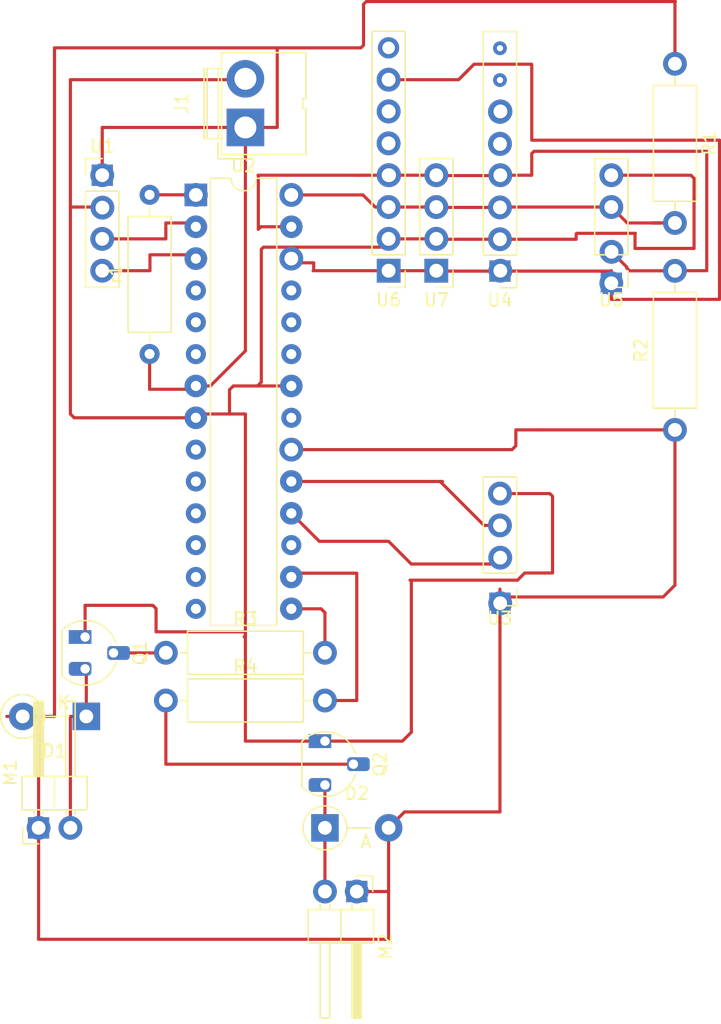
<source format=kicad_pcb>
(kicad_pcb (version 20171130) (host pcbnew 5.1.10-88a1d61d58~88~ubuntu20.10.1)

  (general
    (thickness 1.6)
    (drawings 0)
    (tracks 310)
    (zones 0)
    (modules 19)
    (nets 38)
  )

  (page A4)
  (layers
    (0 F.Cu signal)
    (31 B.Cu signal)
    (32 B.Adhes user)
    (33 F.Adhes user)
    (34 B.Paste user)
    (35 F.Paste user)
    (36 B.SilkS user)
    (37 F.SilkS user hide)
    (38 B.Mask user)
    (39 F.Mask user)
    (40 Dwgs.User user)
    (41 Cmts.User user)
    (42 Eco1.User user)
    (43 Eco2.User user)
    (44 Edge.Cuts user)
    (45 Margin user)
    (46 B.CrtYd user)
    (47 F.CrtYd user)
    (48 B.Fab user)
    (49 F.Fab user hide)
  )

  (setup
    (last_trace_width 0.25)
    (user_trace_width 0.25)
    (trace_clearance 0.2)
    (zone_clearance 0.508)
    (zone_45_only no)
    (trace_min 0.2)
    (via_size 0.8)
    (via_drill 0.4)
    (via_min_size 0.4)
    (via_min_drill 0.3)
    (user_via 1.9 1.1)
    (user_via 2.9 1.1)
    (uvia_size 0.3)
    (uvia_drill 0.1)
    (uvias_allowed no)
    (uvia_min_size 0.2)
    (uvia_min_drill 0.1)
    (edge_width 0.05)
    (segment_width 0.2)
    (pcb_text_width 0.3)
    (pcb_text_size 1.5 1.5)
    (mod_edge_width 0.12)
    (mod_text_size 1 1)
    (mod_text_width 0.15)
    (pad_size 1.7 1.7)
    (pad_drill 1)
    (pad_to_mask_clearance 0)
    (aux_axis_origin 0 0)
    (visible_elements FFFFFFFF)
    (pcbplotparams
      (layerselection 0x00000_7fffffff)
      (usegerberextensions false)
      (usegerberattributes true)
      (usegerberadvancedattributes true)
      (creategerberjobfile true)
      (excludeedgelayer true)
      (linewidth 2.000000)
      (plotframeref false)
      (viasonmask false)
      (mode 1)
      (useauxorigin false)
      (hpglpennumber 1)
      (hpglpenspeed 20)
      (hpglpendiameter 15.000000)
      (psnegative false)
      (psa4output false)
      (plotreference true)
      (plotvalue true)
      (plotinvisibletext false)
      (padsonsilk false)
      (subtractmaskfromsilk false)
      (outputformat 4)
      (mirror false)
      (drillshape 2)
      (scaleselection 1)
      (outputdirectory ""))
  )

  (net 0 "")
  (net 1 VCC)
  (net 2 "Net-(D1-Pad1)")
  (net 3 "Net-(D2-Pad1)")
  (net 4 "Net-(Q1-Pad2)")
  (net 5 "Net-(Q2-Pad2)")
  (net 6 "Net-(R3-Pad2)")
  (net 7 "Net-(R4-Pad2)")
  (net 8 "Net-(U1-Pad4)")
  (net 9 "Net-(U2-Pad17)")
  (net 10 "Net-(U2-Pad4)")
  (net 11 "Net-(U2-Pad5)")
  (net 12 "Net-(U2-Pad6)")
  (net 13 "Net-(U2-Pad21)")
  (net 14 "Net-(U2-Pad9)")
  (net 15 "Net-(U2-Pad23)")
  (net 16 "Net-(U2-Pad10)")
  (net 17 "Net-(U2-Pad24)")
  (net 18 "Net-(U2-Pad11)")
  (net 19 "Net-(U2-Pad12)")
  (net 20 "Net-(U2-Pad26)")
  (net 21 "Net-(U2-Pad13)")
  (net 22 "Net-(U2-Pad14)")
  (net 23 "Net-(U4-Pad6)")
  (net 24 "Net-(U4-Pad7)")
  (net 25 "Net-(U4-Pad8)")
  (net 26 "Net-(R1-Pad2)")
  (net 27 "Net-(R2-Pad2)")
  (net 28 "Net-(U1-Pad3)")
  (net 29 "Net-(U2-Pad18)")
  (net 30 "Net-(U2-Pad19)")
  (net 31 "Net-(U2-Pad25)")
  (net 32 "Net-(U4-Pad5)")
  (net 33 "Net-(U6-Pad8)")
  (net 34 "Net-(U6-Pad6)")
  (net 35 "Net-(U6-Pad5)")
  (net 36 GND)
  (net 37 "Net-(U2-Pad1)")

  (net_class Default "This is the default net class."
    (clearance 0.2)
    (trace_width 0.25)
    (via_dia 0.8)
    (via_drill 0.4)
    (uvia_dia 0.3)
    (uvia_drill 0.1)
    (add_net GND)
    (add_net "Net-(D1-Pad1)")
    (add_net "Net-(D2-Pad1)")
    (add_net "Net-(Q1-Pad2)")
    (add_net "Net-(Q2-Pad2)")
    (add_net "Net-(R1-Pad2)")
    (add_net "Net-(R2-Pad2)")
    (add_net "Net-(R3-Pad2)")
    (add_net "Net-(R4-Pad2)")
    (add_net "Net-(U1-Pad3)")
    (add_net "Net-(U1-Pad4)")
    (add_net "Net-(U2-Pad1)")
    (add_net "Net-(U2-Pad10)")
    (add_net "Net-(U2-Pad11)")
    (add_net "Net-(U2-Pad12)")
    (add_net "Net-(U2-Pad13)")
    (add_net "Net-(U2-Pad14)")
    (add_net "Net-(U2-Pad17)")
    (add_net "Net-(U2-Pad18)")
    (add_net "Net-(U2-Pad19)")
    (add_net "Net-(U2-Pad21)")
    (add_net "Net-(U2-Pad23)")
    (add_net "Net-(U2-Pad24)")
    (add_net "Net-(U2-Pad25)")
    (add_net "Net-(U2-Pad26)")
    (add_net "Net-(U2-Pad4)")
    (add_net "Net-(U2-Pad5)")
    (add_net "Net-(U2-Pad6)")
    (add_net "Net-(U2-Pad9)")
    (add_net "Net-(U4-Pad5)")
    (add_net "Net-(U4-Pad6)")
    (add_net "Net-(U4-Pad7)")
    (add_net "Net-(U4-Pad8)")
    (add_net "Net-(U6-Pad5)")
    (add_net "Net-(U6-Pad6)")
    (add_net "Net-(U6-Pad8)")
    (add_net VCC)
  )

  (module Connector_PinHeader_2.54mm:PinHeader_1x02_P2.54mm_Horizontal (layer F.Cu) (tedit 59FED5CB) (tstamp 607395DF)
    (at 110.49 121.92 90)
    (descr "Through hole angled pin header, 1x02, 2.54mm pitch, 6mm pin length, single row")
    (tags "Through hole angled pin header THT 1x02 2.54mm single row")
    (path /607550A5)
    (fp_text reference M1 (at 4.385 -2.27 90) (layer F.SilkS)
      (effects (font (size 1 1) (thickness 0.15)))
    )
    (fp_text value Motor_DC (at 4.385 4.81 90) (layer F.Fab)
      (effects (font (size 1 1) (thickness 0.15)))
    )
    (fp_line (start 2.135 -1.27) (end 4.04 -1.27) (layer F.Fab) (width 0.1))
    (fp_line (start 4.04 -1.27) (end 4.04 3.81) (layer F.Fab) (width 0.1))
    (fp_line (start 4.04 3.81) (end 1.5 3.81) (layer F.Fab) (width 0.1))
    (fp_line (start 1.5 3.81) (end 1.5 -0.635) (layer F.Fab) (width 0.1))
    (fp_line (start 1.5 -0.635) (end 2.135 -1.27) (layer F.Fab) (width 0.1))
    (fp_line (start -0.32 -0.32) (end 1.5 -0.32) (layer F.Fab) (width 0.1))
    (fp_line (start -0.32 -0.32) (end -0.32 0.32) (layer F.Fab) (width 0.1))
    (fp_line (start -0.32 0.32) (end 1.5 0.32) (layer F.Fab) (width 0.1))
    (fp_line (start 4.04 -0.32) (end 10.04 -0.32) (layer F.Fab) (width 0.1))
    (fp_line (start 10.04 -0.32) (end 10.04 0.32) (layer F.Fab) (width 0.1))
    (fp_line (start 4.04 0.32) (end 10.04 0.32) (layer F.Fab) (width 0.1))
    (fp_line (start -0.32 2.22) (end 1.5 2.22) (layer F.Fab) (width 0.1))
    (fp_line (start -0.32 2.22) (end -0.32 2.86) (layer F.Fab) (width 0.1))
    (fp_line (start -0.32 2.86) (end 1.5 2.86) (layer F.Fab) (width 0.1))
    (fp_line (start 4.04 2.22) (end 10.04 2.22) (layer F.Fab) (width 0.1))
    (fp_line (start 10.04 2.22) (end 10.04 2.86) (layer F.Fab) (width 0.1))
    (fp_line (start 4.04 2.86) (end 10.04 2.86) (layer F.Fab) (width 0.1))
    (fp_line (start 1.44 -1.33) (end 1.44 3.87) (layer F.SilkS) (width 0.12))
    (fp_line (start 1.44 3.87) (end 4.1 3.87) (layer F.SilkS) (width 0.12))
    (fp_line (start 4.1 3.87) (end 4.1 -1.33) (layer F.SilkS) (width 0.12))
    (fp_line (start 4.1 -1.33) (end 1.44 -1.33) (layer F.SilkS) (width 0.12))
    (fp_line (start 4.1 -0.38) (end 10.1 -0.38) (layer F.SilkS) (width 0.12))
    (fp_line (start 10.1 -0.38) (end 10.1 0.38) (layer F.SilkS) (width 0.12))
    (fp_line (start 10.1 0.38) (end 4.1 0.38) (layer F.SilkS) (width 0.12))
    (fp_line (start 4.1 -0.32) (end 10.1 -0.32) (layer F.SilkS) (width 0.12))
    (fp_line (start 4.1 -0.2) (end 10.1 -0.2) (layer F.SilkS) (width 0.12))
    (fp_line (start 4.1 -0.08) (end 10.1 -0.08) (layer F.SilkS) (width 0.12))
    (fp_line (start 4.1 0.04) (end 10.1 0.04) (layer F.SilkS) (width 0.12))
    (fp_line (start 4.1 0.16) (end 10.1 0.16) (layer F.SilkS) (width 0.12))
    (fp_line (start 4.1 0.28) (end 10.1 0.28) (layer F.SilkS) (width 0.12))
    (fp_line (start 1.11 -0.38) (end 1.44 -0.38) (layer F.SilkS) (width 0.12))
    (fp_line (start 1.11 0.38) (end 1.44 0.38) (layer F.SilkS) (width 0.12))
    (fp_line (start 1.44 1.27) (end 4.1 1.27) (layer F.SilkS) (width 0.12))
    (fp_line (start 4.1 2.16) (end 10.1 2.16) (layer F.SilkS) (width 0.12))
    (fp_line (start 10.1 2.16) (end 10.1 2.92) (layer F.SilkS) (width 0.12))
    (fp_line (start 10.1 2.92) (end 4.1 2.92) (layer F.SilkS) (width 0.12))
    (fp_line (start 1.042929 2.16) (end 1.44 2.16) (layer F.SilkS) (width 0.12))
    (fp_line (start 1.042929 2.92) (end 1.44 2.92) (layer F.SilkS) (width 0.12))
    (fp_line (start -1.27 0) (end -1.27 -1.27) (layer F.SilkS) (width 0.12))
    (fp_line (start -1.27 -1.27) (end 0 -1.27) (layer F.SilkS) (width 0.12))
    (fp_line (start -1.8 -1.8) (end -1.8 4.35) (layer F.CrtYd) (width 0.05))
    (fp_line (start -1.8 4.35) (end 10.55 4.35) (layer F.CrtYd) (width 0.05))
    (fp_line (start 10.55 4.35) (end 10.55 -1.8) (layer F.CrtYd) (width 0.05))
    (fp_line (start 10.55 -1.8) (end -1.8 -1.8) (layer F.CrtYd) (width 0.05))
    (fp_text user %R (at 2.77 1.27) (layer F.Fab)
      (effects (font (size 1 1) (thickness 0.15)))
    )
    (pad 1 thru_hole rect (at 0 0 90) (size 1.7 1.7) (drill 1) (layers *.Cu *.Mask)
      (net 1 VCC))
    (pad 2 thru_hole oval (at 0 2.54 90) (size 1.7 1.7) (drill 1) (layers *.Cu *.Mask)
      (net 2 "Net-(D1-Pad1)"))
    (model ${KISYS3DMOD}/Connector_PinHeader_2.54mm.3dshapes/PinHeader_1x02_P2.54mm_Horizontal.wrl
      (at (xyz 0 0 0))
      (scale (xyz 1 1 1))
      (rotate (xyz 0 0 0))
    )
  )

  (module Resistor_THT:R_Axial_DIN0309_L9.0mm_D3.2mm_P12.70mm_Horizontal (layer F.Cu) (tedit 5AE5139B) (tstamp 6073D8D0)
    (at 161.29 60.96 270)
    (descr "Resistor, Axial_DIN0309 series, Axial, Horizontal, pin pitch=12.7mm, 0.5W = 1/2W, length*diameter=9*3.2mm^2, http://cdn-reichelt.de/documents/datenblatt/B400/1_4W%23YAG.pdf")
    (tags "Resistor Axial_DIN0309 series Axial Horizontal pin pitch 12.7mm 0.5W = 1/2W length 9mm diameter 3.2mm")
    (path /60798109)
    (fp_text reference R1 (at 6.35 -2.72 90) (layer F.SilkS)
      (effects (font (size 1 1) (thickness 0.15)))
    )
    (fp_text value 4700 (at 6.35 2.72 90) (layer F.Fab)
      (effects (font (size 1 1) (thickness 0.15)))
    )
    (fp_line (start 1.85 -1.6) (end 1.85 1.6) (layer F.Fab) (width 0.1))
    (fp_line (start 1.85 1.6) (end 10.85 1.6) (layer F.Fab) (width 0.1))
    (fp_line (start 10.85 1.6) (end 10.85 -1.6) (layer F.Fab) (width 0.1))
    (fp_line (start 10.85 -1.6) (end 1.85 -1.6) (layer F.Fab) (width 0.1))
    (fp_line (start 0 0) (end 1.85 0) (layer F.Fab) (width 0.1))
    (fp_line (start 12.7 0) (end 10.85 0) (layer F.Fab) (width 0.1))
    (fp_line (start 1.73 -1.72) (end 1.73 1.72) (layer F.SilkS) (width 0.12))
    (fp_line (start 1.73 1.72) (end 10.97 1.72) (layer F.SilkS) (width 0.12))
    (fp_line (start 10.97 1.72) (end 10.97 -1.72) (layer F.SilkS) (width 0.12))
    (fp_line (start 10.97 -1.72) (end 1.73 -1.72) (layer F.SilkS) (width 0.12))
    (fp_line (start 1.04 0) (end 1.73 0) (layer F.SilkS) (width 0.12))
    (fp_line (start 11.66 0) (end 10.97 0) (layer F.SilkS) (width 0.12))
    (fp_line (start -1.05 -1.85) (end -1.05 1.85) (layer F.CrtYd) (width 0.05))
    (fp_line (start -1.05 1.85) (end 13.75 1.85) (layer F.CrtYd) (width 0.05))
    (fp_line (start 13.75 1.85) (end 13.75 -1.85) (layer F.CrtYd) (width 0.05))
    (fp_line (start 13.75 -1.85) (end -1.05 -1.85) (layer F.CrtYd) (width 0.05))
    (fp_text user %R (at 6.35 0 90) (layer F.Fab)
      (effects (font (size 1 1) (thickness 0.15)))
    )
    (pad 1 thru_hole circle (at 0 0 270) (size 1.6 1.6) (drill 0.8) (layers *.Cu *.Mask)
      (net 1 VCC))
    (pad 2 thru_hole oval (at 12.7 0 270) (size 1.6 1.6) (drill 0.8) (layers *.Cu *.Mask)
      (net 26 "Net-(R1-Pad2)"))
    (model ${KISYS3DMOD}/Resistor_THT.3dshapes/R_Axial_DIN0309_L9.0mm_D3.2mm_P12.70mm_Horizontal.wrl
      (at (xyz 0 0 0))
      (scale (xyz 1 1 1))
      (rotate (xyz 0 0 0))
    )
  )

  (module Connector:JWT_A3963_1x02_P3.96mm_Vertical (layer F.Cu) (tedit 5A2A57CE) (tstamp 607395AC)
    (at 127 66.04 90)
    (descr "JWT A3963, 3.96mm pitch Pin head connector (http://www.jwt.com.tw/pro_pdf/A3963.pdf)")
    (tags "connector JWT A3963 pinhead")
    (path /607381E2)
    (fp_text reference J1 (at 1.91 -5.08 90) (layer F.SilkS)
      (effects (font (size 1 1) (thickness 0.15)))
    )
    (fp_text value Conn_01x02_Female (at 1.91 6.35) (layer F.Fab)
      (effects (font (size 1 1) (thickness 0.15)))
    )
    (fp_line (start 4.6 -3.2) (end 4.6 -1.8) (layer F.Fab) (width 0.1))
    (fp_line (start -0.8 -3.2) (end 4.6 -3.2) (layer F.Fab) (width 0.1))
    (fp_line (start -0.8 -1.8) (end -0.8 -3.2) (layer F.Fab) (width 0.1))
    (fp_line (start 0 -0.3) (end 1.25 -1.8) (layer F.Fab) (width 0.1))
    (fp_line (start -1.25 -1.8) (end 0 -0.3) (layer F.Fab) (width 0.1))
    (fp_line (start -2.5 -2.2) (end -2.5 0) (layer F.SilkS) (width 0.12))
    (fp_line (start -1.2 -2.2) (end -2.5 -2.2) (layer F.SilkS) (width 0.12))
    (fp_line (start -2.05 4.7) (end -2.05 -1.8) (layer F.Fab) (width 0.1))
    (fp_line (start 5.85 4.7) (end -2.05 4.7) (layer F.Fab) (width 0.1))
    (fp_line (start 5.85 -1.8) (end 5.85 4.7) (layer F.Fab) (width 0.1))
    (fp_line (start -2.05 -1.8) (end 5.85 -1.8) (layer F.Fab) (width 0.1))
    (fp_line (start -2.5 -3.55) (end 6.35 -3.55) (layer F.CrtYd) (width 0.05))
    (fp_line (start 6.35 -3.55) (end 6.35 5.05) (layer F.CrtYd) (width 0.05))
    (fp_line (start 6.35 5.05) (end -2.5 5.05) (layer F.CrtYd) (width 0.05))
    (fp_line (start -2.5 5.05) (end -2.5 -3.55) (layer F.CrtYd) (width 0.05))
    (fp_line (start 2.29 4.83) (end 5.97 4.83) (layer F.SilkS) (width 0.12))
    (fp_line (start 1.52 4.83) (end -2.16 4.83) (layer F.SilkS) (width 0.12))
    (fp_line (start 1.52 4.83) (end 1.52 4.57) (layer F.SilkS) (width 0.12))
    (fp_line (start 1.52 4.57) (end 2.29 4.57) (layer F.SilkS) (width 0.12))
    (fp_line (start 2.29 4.57) (end 2.29 4.83) (layer F.SilkS) (width 0.12))
    (fp_line (start -0.89 -2.16) (end 4.7 -2.16) (layer F.SilkS) (width 0.12))
    (fp_line (start -0.89 -3.05) (end 4.7 -3.05) (layer F.SilkS) (width 0.12))
    (fp_line (start 5.97 -1.91) (end 5.97 0) (layer F.SilkS) (width 0.12))
    (fp_line (start -2.16 -1.91) (end -2.16 0) (layer F.SilkS) (width 0.12))
    (fp_line (start -0.89 -3.3) (end 4.7 -3.3) (layer F.SilkS) (width 0.12))
    (fp_line (start 4.7 -1.91) (end 4.7 -3.3) (layer F.SilkS) (width 0.12))
    (fp_line (start -0.89 -1.91) (end -0.89 -3.3) (layer F.SilkS) (width 0.12))
    (fp_line (start -2.16 -1.91) (end 5.97 -1.91) (layer F.SilkS) (width 0.12))
    (fp_line (start -2.16 0) (end -2.16 4.83) (layer F.SilkS) (width 0.12))
    (fp_line (start 5.97 4.83) (end 5.97 0) (layer F.SilkS) (width 0.12))
    (fp_text user %R (at 2.2 3.7 90) (layer F.Fab)
      (effects (font (size 1 1) (thickness 0.15)))
    )
    (pad 1 thru_hole rect (at 0 0 90) (size 3 3) (drill 1.75) (layers *.Cu *.Mask)
      (net 1 VCC))
    (pad 2 thru_hole circle (at 3.88 0 90) (size 3 3) (drill 1.75) (layers *.Cu *.Mask)
      (net 36 GND))
    (model ${KISYS3DMOD}/Connector.3dshapes/JWT_A3963_1x02_P3.96mm_Vertical.wrl
      (at (xyz 0 0 0))
      (scale (xyz 1 1 1))
      (rotate (xyz 0 0 0))
    )
  )

  (module Diode_THT:D_DO-41_SOD81_P5.08mm_Vertical_KathodeUp (layer F.Cu) (tedit 5AE50CD5) (tstamp 60739576)
    (at 114.3 113.03 180)
    (descr "Diode, DO-41_SOD81 series, Axial, Vertical, pin pitch=5.08mm, , length*diameter=5.2*2.7mm^2, , http://www.diodes.com/_files/packages/DO-41%20(Plastic).pdf")
    (tags "Diode DO-41_SOD81 series Axial Vertical pin pitch 5.08mm  length 5.2mm diameter 2.7mm")
    (path /60756156)
    (fp_text reference D1 (at 2.54 -2.750635) (layer F.SilkS)
      (effects (font (size 1 1) (thickness 0.15)))
    )
    (fp_text value DIODE (at 2.54 2.750635) (layer F.Fab)
      (effects (font (size 1 1) (thickness 0.15)))
    )
    (fp_circle (center 5.08 0) (end 6.43 0) (layer F.Fab) (width 0.1))
    (fp_circle (center 5.08 0) (end 6.830635 0) (layer F.SilkS) (width 0.12))
    (fp_line (start 0 0) (end 5.08 0) (layer F.Fab) (width 0.1))
    (fp_line (start 3.329365 0) (end 1.4 0) (layer F.SilkS) (width 0.12))
    (fp_line (start -1.35 -1.6) (end -1.35 1.6) (layer F.CrtYd) (width 0.05))
    (fp_line (start -1.35 1.6) (end 6.68 1.6) (layer F.CrtYd) (width 0.05))
    (fp_line (start 6.68 1.6) (end 6.68 -1.6) (layer F.CrtYd) (width 0.05))
    (fp_line (start 6.68 -1.6) (end -1.35 -1.6) (layer F.CrtYd) (width 0.05))
    (fp_text user %R (at 2.54 -2.750635) (layer F.Fab)
      (effects (font (size 1 1) (thickness 0.15)))
    )
    (fp_text user K (at 1.8 1.1) (layer F.Fab)
      (effects (font (size 1 1) (thickness 0.15)))
    )
    (fp_text user K (at 1.8 1.1) (layer F.SilkS)
      (effects (font (size 1 1) (thickness 0.15)))
    )
    (pad 1 thru_hole rect (at 0 0 180) (size 2.2 2.2) (drill 1.1) (layers *.Cu *.Mask)
      (net 2 "Net-(D1-Pad1)"))
    (pad 2 thru_hole oval (at 5.08 0 180) (size 2.2 2.2) (drill 1.1) (layers *.Cu *.Mask)
      (net 1 VCC))
    (model ${KISYS3DMOD}/Diode_THT.3dshapes/D_DO-41_SOD81_P5.08mm_Vertical_KathodeUp.wrl
      (at (xyz 0 0 0))
      (scale (xyz 1 1 1))
      (rotate (xyz 0 0 0))
    )
  )

  (module Diode_THT:D_DO-41_SOD81_P5.08mm_Vertical_AnodeUp (layer F.Cu) (tedit 5AE50CD5) (tstamp 60739587)
    (at 133.35 121.92)
    (descr "Diode, DO-41_SOD81 series, Axial, Vertical, pin pitch=5.08mm, , length*diameter=5.2*2.7mm^2, , http://www.diodes.com/_files/packages/DO-41%20(Plastic).pdf")
    (tags "Diode DO-41_SOD81 series Axial Vertical pin pitch 5.08mm  length 5.2mm diameter 2.7mm")
    (path /607595C2)
    (fp_text reference D2 (at 2.54 -2.750635) (layer F.SilkS)
      (effects (font (size 1 1) (thickness 0.15)))
    )
    (fp_text value DIODE (at 2.54 2.750635) (layer F.Fab)
      (effects (font (size 1 1) (thickness 0.15)))
    )
    (fp_circle (center 0 0) (end 1.35 0) (layer F.Fab) (width 0.1))
    (fp_circle (center 0 0) (end 1.750635 0) (layer F.SilkS) (width 0.12))
    (fp_line (start 0 0) (end 5.08 0) (layer F.Fab) (width 0.1))
    (fp_line (start 1.750635 0) (end 3.68 0) (layer F.SilkS) (width 0.12))
    (fp_line (start -1.6 -1.6) (end -1.6 1.6) (layer F.CrtYd) (width 0.05))
    (fp_line (start -1.6 1.6) (end 6.43 1.6) (layer F.CrtYd) (width 0.05))
    (fp_line (start 6.43 1.6) (end 6.43 -1.6) (layer F.CrtYd) (width 0.05))
    (fp_line (start 6.43 -1.6) (end -1.6 -1.6) (layer F.CrtYd) (width 0.05))
    (fp_text user %R (at 2.54 -2.750635) (layer F.Fab)
      (effects (font (size 1 1) (thickness 0.15)))
    )
    (fp_text user A (at 3.28 1.1) (layer F.Fab)
      (effects (font (size 1 1) (thickness 0.15)))
    )
    (fp_text user A (at 3.28 1.1) (layer F.SilkS)
      (effects (font (size 1 1) (thickness 0.15)))
    )
    (pad 1 thru_hole rect (at 0 0) (size 2.2 2.2) (drill 1.1) (layers *.Cu *.Mask)
      (net 3 "Net-(D2-Pad1)"))
    (pad 2 thru_hole oval (at 5.08 0) (size 2.2 2.2) (drill 1.1) (layers *.Cu *.Mask)
      (net 1 VCC))
    (model ${KISYS3DMOD}/Diode_THT.3dshapes/D_DO-41_SOD81_P5.08mm_Vertical_AnodeUp.wrl
      (at (xyz 0 0 0))
      (scale (xyz 1 1 1))
      (rotate (xyz 0 0 0))
    )
  )

  (module Connector_PinHeader_2.54mm:PinHeader_1x02_P2.54mm_Horizontal (layer F.Cu) (tedit 59FED5CB) (tstamp 60739612)
    (at 135.89 127 270)
    (descr "Through hole angled pin header, 1x02, 2.54mm pitch, 6mm pin length, single row")
    (tags "Through hole angled pin header THT 1x02 2.54mm single row")
    (path /60759C76)
    (fp_text reference M2 (at 4.385 -2.27 90) (layer F.SilkS)
      (effects (font (size 1 1) (thickness 0.15)))
    )
    (fp_text value Motor_DC (at 4.385 4.81 90) (layer F.Fab)
      (effects (font (size 1 1) (thickness 0.15)))
    )
    (fp_line (start 10.55 -1.8) (end -1.8 -1.8) (layer F.CrtYd) (width 0.05))
    (fp_line (start 10.55 4.35) (end 10.55 -1.8) (layer F.CrtYd) (width 0.05))
    (fp_line (start -1.8 4.35) (end 10.55 4.35) (layer F.CrtYd) (width 0.05))
    (fp_line (start -1.8 -1.8) (end -1.8 4.35) (layer F.CrtYd) (width 0.05))
    (fp_line (start -1.27 -1.27) (end 0 -1.27) (layer F.SilkS) (width 0.12))
    (fp_line (start -1.27 0) (end -1.27 -1.27) (layer F.SilkS) (width 0.12))
    (fp_line (start 1.042929 2.92) (end 1.44 2.92) (layer F.SilkS) (width 0.12))
    (fp_line (start 1.042929 2.16) (end 1.44 2.16) (layer F.SilkS) (width 0.12))
    (fp_line (start 10.1 2.92) (end 4.1 2.92) (layer F.SilkS) (width 0.12))
    (fp_line (start 10.1 2.16) (end 10.1 2.92) (layer F.SilkS) (width 0.12))
    (fp_line (start 4.1 2.16) (end 10.1 2.16) (layer F.SilkS) (width 0.12))
    (fp_line (start 1.44 1.27) (end 4.1 1.27) (layer F.SilkS) (width 0.12))
    (fp_line (start 1.11 0.38) (end 1.44 0.38) (layer F.SilkS) (width 0.12))
    (fp_line (start 1.11 -0.38) (end 1.44 -0.38) (layer F.SilkS) (width 0.12))
    (fp_line (start 4.1 0.28) (end 10.1 0.28) (layer F.SilkS) (width 0.12))
    (fp_line (start 4.1 0.16) (end 10.1 0.16) (layer F.SilkS) (width 0.12))
    (fp_line (start 4.1 0.04) (end 10.1 0.04) (layer F.SilkS) (width 0.12))
    (fp_line (start 4.1 -0.08) (end 10.1 -0.08) (layer F.SilkS) (width 0.12))
    (fp_line (start 4.1 -0.2) (end 10.1 -0.2) (layer F.SilkS) (width 0.12))
    (fp_line (start 4.1 -0.32) (end 10.1 -0.32) (layer F.SilkS) (width 0.12))
    (fp_line (start 10.1 0.38) (end 4.1 0.38) (layer F.SilkS) (width 0.12))
    (fp_line (start 10.1 -0.38) (end 10.1 0.38) (layer F.SilkS) (width 0.12))
    (fp_line (start 4.1 -0.38) (end 10.1 -0.38) (layer F.SilkS) (width 0.12))
    (fp_line (start 4.1 -1.33) (end 1.44 -1.33) (layer F.SilkS) (width 0.12))
    (fp_line (start 4.1 3.87) (end 4.1 -1.33) (layer F.SilkS) (width 0.12))
    (fp_line (start 1.44 3.87) (end 4.1 3.87) (layer F.SilkS) (width 0.12))
    (fp_line (start 1.44 -1.33) (end 1.44 3.87) (layer F.SilkS) (width 0.12))
    (fp_line (start 4.04 2.86) (end 10.04 2.86) (layer F.Fab) (width 0.1))
    (fp_line (start 10.04 2.22) (end 10.04 2.86) (layer F.Fab) (width 0.1))
    (fp_line (start 4.04 2.22) (end 10.04 2.22) (layer F.Fab) (width 0.1))
    (fp_line (start -0.32 2.86) (end 1.5 2.86) (layer F.Fab) (width 0.1))
    (fp_line (start -0.32 2.22) (end -0.32 2.86) (layer F.Fab) (width 0.1))
    (fp_line (start -0.32 2.22) (end 1.5 2.22) (layer F.Fab) (width 0.1))
    (fp_line (start 4.04 0.32) (end 10.04 0.32) (layer F.Fab) (width 0.1))
    (fp_line (start 10.04 -0.32) (end 10.04 0.32) (layer F.Fab) (width 0.1))
    (fp_line (start 4.04 -0.32) (end 10.04 -0.32) (layer F.Fab) (width 0.1))
    (fp_line (start -0.32 0.32) (end 1.5 0.32) (layer F.Fab) (width 0.1))
    (fp_line (start -0.32 -0.32) (end -0.32 0.32) (layer F.Fab) (width 0.1))
    (fp_line (start -0.32 -0.32) (end 1.5 -0.32) (layer F.Fab) (width 0.1))
    (fp_line (start 1.5 -0.635) (end 2.135 -1.27) (layer F.Fab) (width 0.1))
    (fp_line (start 1.5 3.81) (end 1.5 -0.635) (layer F.Fab) (width 0.1))
    (fp_line (start 4.04 3.81) (end 1.5 3.81) (layer F.Fab) (width 0.1))
    (fp_line (start 4.04 -1.27) (end 4.04 3.81) (layer F.Fab) (width 0.1))
    (fp_line (start 2.135 -1.27) (end 4.04 -1.27) (layer F.Fab) (width 0.1))
    (fp_text user %R (at 2.77 1.27) (layer F.Fab)
      (effects (font (size 1 1) (thickness 0.15)))
    )
    (pad 2 thru_hole oval (at 0 2.54 270) (size 1.7 1.7) (drill 1) (layers *.Cu *.Mask)
      (net 3 "Net-(D2-Pad1)"))
    (pad 1 thru_hole rect (at 0 0 270) (size 1.7 1.7) (drill 1) (layers *.Cu *.Mask)
      (net 1 VCC))
    (model ${KISYS3DMOD}/Connector_PinHeader_2.54mm.3dshapes/PinHeader_1x02_P2.54mm_Horizontal.wrl
      (at (xyz 0 0 0))
      (scale (xyz 1 1 1))
      (rotate (xyz 0 0 0))
    )
  )

  (module Resistor_THT:R_Axial_DIN0309_L9.0mm_D3.2mm_P12.70mm_Horizontal (layer F.Cu) (tedit 5AE5139B) (tstamp 6073D999)
    (at 161.29 90.17 90)
    (descr "Resistor, Axial_DIN0309 series, Axial, Horizontal, pin pitch=12.7mm, 0.5W = 1/2W, length*diameter=9*3.2mm^2, http://cdn-reichelt.de/documents/datenblatt/B400/1_4W%23YAG.pdf")
    (tags "Resistor Axial_DIN0309 series Axial Horizontal pin pitch 12.7mm 0.5W = 1/2W length 9mm diameter 3.2mm")
    (path /60797842)
    (fp_text reference R2 (at 6.35 -2.72 90) (layer F.SilkS)
      (effects (font (size 1 1) (thickness 0.15)))
    )
    (fp_text value 4700 (at 6.35 2.72 90) (layer F.Fab)
      (effects (font (size 1 1) (thickness 0.15)))
    )
    (fp_line (start 1.85 -1.6) (end 1.85 1.6) (layer F.Fab) (width 0.1))
    (fp_line (start 1.85 1.6) (end 10.85 1.6) (layer F.Fab) (width 0.1))
    (fp_line (start 10.85 1.6) (end 10.85 -1.6) (layer F.Fab) (width 0.1))
    (fp_line (start 10.85 -1.6) (end 1.85 -1.6) (layer F.Fab) (width 0.1))
    (fp_line (start 0 0) (end 1.85 0) (layer F.Fab) (width 0.1))
    (fp_line (start 12.7 0) (end 10.85 0) (layer F.Fab) (width 0.1))
    (fp_line (start 1.73 -1.72) (end 1.73 1.72) (layer F.SilkS) (width 0.12))
    (fp_line (start 1.73 1.72) (end 10.97 1.72) (layer F.SilkS) (width 0.12))
    (fp_line (start 10.97 1.72) (end 10.97 -1.72) (layer F.SilkS) (width 0.12))
    (fp_line (start 10.97 -1.72) (end 1.73 -1.72) (layer F.SilkS) (width 0.12))
    (fp_line (start 1.04 0) (end 1.73 0) (layer F.SilkS) (width 0.12))
    (fp_line (start 11.66 0) (end 10.97 0) (layer F.SilkS) (width 0.12))
    (fp_line (start -1.05 -1.85) (end -1.05 1.85) (layer F.CrtYd) (width 0.05))
    (fp_line (start -1.05 1.85) (end 13.75 1.85) (layer F.CrtYd) (width 0.05))
    (fp_line (start 13.75 1.85) (end 13.75 -1.85) (layer F.CrtYd) (width 0.05))
    (fp_line (start 13.75 -1.85) (end -1.05 -1.85) (layer F.CrtYd) (width 0.05))
    (fp_text user %R (at 6.35 0 90) (layer F.Fab)
      (effects (font (size 1 1) (thickness 0.15)))
    )
    (pad 1 thru_hole circle (at 0 0 90) (size 1.6 1.6) (drill 0.8) (layers *.Cu *.Mask)
      (net 1 VCC))
    (pad 2 thru_hole oval (at 12.7 0 90) (size 1.6 1.6) (drill 0.8) (layers *.Cu *.Mask)
      (net 27 "Net-(R2-Pad2)"))
    (model ${KISYS3DMOD}/Resistor_THT.3dshapes/R_Axial_DIN0309_L9.0mm_D3.2mm_P12.70mm_Horizontal.wrl
      (at (xyz 0 0 0))
      (scale (xyz 1 1 1))
      (rotate (xyz 0 0 0))
    )
  )

  (module Package_DIP:DIP-28_W7.62mm (layer F.Cu) (tedit 60B68BC4) (tstamp 607396C2)
    (at 123.045001 71.425001)
    (descr "28-lead though-hole mounted DIP package, row spacing 7.62 mm (300 mils)")
    (tags "THT DIP DIL PDIP 2.54mm 7.62mm 300mil")
    (path /60726B55)
    (fp_text reference U2 (at 3.81 -2.33) (layer F.SilkS)
      (effects (font (size 1 1) (thickness 0.15)))
    )
    (fp_text value ATmega8L-8PU (at 3.81 35.35) (layer F.Fab)
      (effects (font (size 1 1) (thickness 0.15)))
    )
    (fp_line (start 1.635 -1.27) (end 6.985 -1.27) (layer F.Fab) (width 0.1))
    (fp_line (start 6.985 -1.27) (end 6.985 34.29) (layer F.Fab) (width 0.1))
    (fp_line (start 6.985 34.29) (end 0.635 34.29) (layer F.Fab) (width 0.1))
    (fp_line (start 0.635 34.29) (end 0.635 -0.27) (layer F.Fab) (width 0.1))
    (fp_line (start 0.635 -0.27) (end 1.635 -1.27) (layer F.Fab) (width 0.1))
    (fp_line (start 2.81 -1.33) (end 1.16 -1.33) (layer F.SilkS) (width 0.12))
    (fp_line (start 1.16 -1.33) (end 1.16 34.35) (layer F.SilkS) (width 0.12))
    (fp_line (start 1.16 34.35) (end 6.46 34.35) (layer F.SilkS) (width 0.12))
    (fp_line (start 6.46 34.35) (end 6.46 -1.33) (layer F.SilkS) (width 0.12))
    (fp_line (start 6.46 -1.33) (end 4.81 -1.33) (layer F.SilkS) (width 0.12))
    (fp_line (start -1.1 -1.55) (end -1.1 34.55) (layer F.CrtYd) (width 0.05))
    (fp_line (start -1.1 34.55) (end 8.7 34.55) (layer F.CrtYd) (width 0.05))
    (fp_line (start 8.7 34.55) (end 8.7 -1.55) (layer F.CrtYd) (width 0.05))
    (fp_line (start 8.7 -1.55) (end -1.1 -1.55) (layer F.CrtYd) (width 0.05))
    (fp_arc (start 3.81 -1.33) (end 2.81 -1.33) (angle -180) (layer F.SilkS) (width 0.12))
    (fp_text user %R (at 3.81 16.51) (layer F.Fab)
      (effects (font (size 1 1) (thickness 0.15)))
    )
    (pad 1 thru_hole rect (at 0 0) (size 1.8 1.8) (drill 0.8) (layers *.Cu *.Mask)
      (net 37 "Net-(U2-Pad1)"))
    (pad 15 thru_hole oval (at 7.62 33.02) (size 1.6 1.6) (drill 0.8) (layers *.Cu *.Mask)
      (net 6 "Net-(R3-Pad2)"))
    (pad 2 thru_hole oval (at 0 2.54) (size 1.8 1.8) (drill 0.8) (layers *.Cu *.Mask)
      (net 28 "Net-(U1-Pad3)"))
    (pad 16 thru_hole oval (at 7.62 30.48) (size 1.6 1.6) (drill 0.8) (layers *.Cu *.Mask)
      (net 7 "Net-(R4-Pad2)"))
    (pad 3 thru_hole oval (at 0 5.08) (size 1.8 1.8) (drill 0.8) (layers *.Cu *.Mask)
      (net 8 "Net-(U1-Pad4)"))
    (pad 17 thru_hole oval (at 7.62 27.94) (size 1.6 1.6) (drill 0.8) (layers *.Cu *.Mask)
      (net 9 "Net-(U2-Pad17)"))
    (pad 4 thru_hole oval (at 0 7.62) (size 1.6 1.6) (drill 0.8) (layers *.Cu *.Mask)
      (net 10 "Net-(U2-Pad4)"))
    (pad 18 thru_hole oval (at 7.62 25.4) (size 1.6 1.6) (drill 0.8) (layers *.Cu *.Mask)
      (net 29 "Net-(U2-Pad18)"))
    (pad 5 thru_hole oval (at 0 10.16) (size 1.6 1.6) (drill 0.8) (layers *.Cu *.Mask)
      (net 11 "Net-(U2-Pad5)"))
    (pad 19 thru_hole oval (at 7.62 22.86) (size 1.6 1.6) (drill 0.8) (layers *.Cu *.Mask)
      (net 30 "Net-(U2-Pad19)"))
    (pad 6 thru_hole oval (at 0 12.7) (size 1.6 1.6) (drill 0.8) (layers *.Cu *.Mask)
      (net 12 "Net-(U2-Pad6)"))
    (pad 20 thru_hole oval (at 7.62 20.32) (size 1.6 1.6) (drill 0.8) (layers *.Cu *.Mask)
      (net 1 VCC))
    (pad 7 thru_hole oval (at 0 15.24) (size 1.6 1.6) (drill 0.8) (layers *.Cu *.Mask)
      (net 1 VCC))
    (pad 21 thru_hole oval (at 7.62 17.78) (size 1.6 1.6) (drill 0.8) (layers *.Cu *.Mask)
      (net 13 "Net-(U2-Pad21)"))
    (pad 8 thru_hole oval (at 0 17.78) (size 1.6 1.6) (drill 0.8) (layers *.Cu *.Mask)
      (net 36 GND))
    (pad 22 thru_hole oval (at 7.62 15.24) (size 1.6 1.6) (drill 0.8) (layers *.Cu *.Mask)
      (net 36 GND))
    (pad 9 thru_hole oval (at 0 20.32) (size 1.6 1.6) (drill 0.8) (layers *.Cu *.Mask)
      (net 14 "Net-(U2-Pad9)"))
    (pad 23 thru_hole oval (at 7.62 12.7) (size 1.6 1.6) (drill 0.8) (layers *.Cu *.Mask)
      (net 15 "Net-(U2-Pad23)"))
    (pad 10 thru_hole oval (at 0 22.86) (size 1.6 1.6) (drill 0.8) (layers *.Cu *.Mask)
      (net 16 "Net-(U2-Pad10)"))
    (pad 24 thru_hole oval (at 7.62 10.16) (size 1.6 1.6) (drill 0.8) (layers *.Cu *.Mask)
      (net 17 "Net-(U2-Pad24)"))
    (pad 11 thru_hole oval (at 0 25.4) (size 1.6 1.6) (drill 0.8) (layers *.Cu *.Mask)
      (net 18 "Net-(U2-Pad11)"))
    (pad 25 thru_hole oval (at 7.62 7.62) (size 1.6 1.6) (drill 0.8) (layers *.Cu *.Mask)
      (net 31 "Net-(U2-Pad25)"))
    (pad 12 thru_hole oval (at 0 27.94) (size 1.6 1.6) (drill 0.8) (layers *.Cu *.Mask)
      (net 19 "Net-(U2-Pad12)"))
    (pad 26 thru_hole oval (at 7.62 5.08) (size 1.6 1.6) (drill 0.8) (layers *.Cu *.Mask)
      (net 20 "Net-(U2-Pad26)"))
    (pad 13 thru_hole oval (at 0 30.48) (size 1.6 1.6) (drill 0.8) (layers *.Cu *.Mask)
      (net 21 "Net-(U2-Pad13)"))
    (pad 27 thru_hole oval (at 7.62 2.54) (size 1.6 1.6) (drill 0.8) (layers *.Cu *.Mask)
      (net 27 "Net-(R2-Pad2)"))
    (pad 14 thru_hole oval (at 0 33.02) (size 1.6 1.6) (drill 0.8) (layers *.Cu *.Mask)
      (net 22 "Net-(U2-Pad14)"))
    (pad 28 thru_hole oval (at 7.62 0) (size 1.6 1.6) (drill 0.8) (layers *.Cu *.Mask)
      (net 26 "Net-(R1-Pad2)"))
    (model ${KISYS3DMOD}/Package_DIP.3dshapes/DIP-28_W7.62mm.wrl
      (at (xyz 0 0 0))
      (scale (xyz 1 1 1))
      (rotate (xyz 0 0 0))
    )
  )

  (module Resistor_THT:R_Axial_DIN0309_L9.0mm_D3.2mm_P12.70mm_Horizontal (layer F.Cu) (tedit 5AE5139B) (tstamp 6073B331)
    (at 120.65 107.95)
    (descr "Resistor, Axial_DIN0309 series, Axial, Horizontal, pin pitch=12.7mm, 0.5W = 1/2W, length*diameter=9*3.2mm^2, http://cdn-reichelt.de/documents/datenblatt/B400/1_4W%23YAG.pdf")
    (tags "Resistor Axial_DIN0309 series Axial Horizontal pin pitch 12.7mm 0.5W = 1/2W length 9mm diameter 3.2mm")
    (path /6072E24B)
    (fp_text reference R3 (at 6.35 -2.72) (layer F.SilkS)
      (effects (font (size 1 1) (thickness 0.15)))
    )
    (fp_text value 1000 (at 6.35 2.72) (layer F.Fab)
      (effects (font (size 1 1) (thickness 0.15)))
    )
    (fp_line (start 13.75 -1.85) (end -1.05 -1.85) (layer F.CrtYd) (width 0.05))
    (fp_line (start 13.75 1.85) (end 13.75 -1.85) (layer F.CrtYd) (width 0.05))
    (fp_line (start -1.05 1.85) (end 13.75 1.85) (layer F.CrtYd) (width 0.05))
    (fp_line (start -1.05 -1.85) (end -1.05 1.85) (layer F.CrtYd) (width 0.05))
    (fp_line (start 11.66 0) (end 10.97 0) (layer F.SilkS) (width 0.12))
    (fp_line (start 1.04 0) (end 1.73 0) (layer F.SilkS) (width 0.12))
    (fp_line (start 10.97 -1.72) (end 1.73 -1.72) (layer F.SilkS) (width 0.12))
    (fp_line (start 10.97 1.72) (end 10.97 -1.72) (layer F.SilkS) (width 0.12))
    (fp_line (start 1.73 1.72) (end 10.97 1.72) (layer F.SilkS) (width 0.12))
    (fp_line (start 1.73 -1.72) (end 1.73 1.72) (layer F.SilkS) (width 0.12))
    (fp_line (start 12.7 0) (end 10.85 0) (layer F.Fab) (width 0.1))
    (fp_line (start 0 0) (end 1.85 0) (layer F.Fab) (width 0.1))
    (fp_line (start 10.85 -1.6) (end 1.85 -1.6) (layer F.Fab) (width 0.1))
    (fp_line (start 10.85 1.6) (end 10.85 -1.6) (layer F.Fab) (width 0.1))
    (fp_line (start 1.85 1.6) (end 10.85 1.6) (layer F.Fab) (width 0.1))
    (fp_line (start 1.85 -1.6) (end 1.85 1.6) (layer F.Fab) (width 0.1))
    (fp_text user %R (at 6.35 0) (layer F.Fab)
      (effects (font (size 1 1) (thickness 0.15)))
    )
    (pad 2 thru_hole oval (at 12.7 0) (size 1.6 1.6) (drill 0.8) (layers *.Cu *.Mask)
      (net 6 "Net-(R3-Pad2)"))
    (pad 1 thru_hole circle (at 0 0) (size 1.6 1.6) (drill 0.8) (layers *.Cu *.Mask)
      (net 4 "Net-(Q1-Pad2)"))
    (model ${KISYS3DMOD}/Resistor_THT.3dshapes/R_Axial_DIN0309_L9.0mm_D3.2mm_P12.70mm_Horizontal.wrl
      (at (xyz 0 0 0))
      (scale (xyz 1 1 1))
      (rotate (xyz 0 0 0))
    )
  )

  (module Resistor_THT:R_Axial_DIN0309_L9.0mm_D3.2mm_P12.70mm_Horizontal (layer F.Cu) (tedit 5AE5139B) (tstamp 6073B347)
    (at 120.65 111.76)
    (descr "Resistor, Axial_DIN0309 series, Axial, Horizontal, pin pitch=12.7mm, 0.5W = 1/2W, length*diameter=9*3.2mm^2, http://cdn-reichelt.de/documents/datenblatt/B400/1_4W%23YAG.pdf")
    (tags "Resistor Axial_DIN0309 series Axial Horizontal pin pitch 12.7mm 0.5W = 1/2W length 9mm diameter 3.2mm")
    (path /6074FA66)
    (fp_text reference R4 (at 6.35 -2.72) (layer F.SilkS)
      (effects (font (size 1 1) (thickness 0.15)))
    )
    (fp_text value 1000 (at 6.35 2.72) (layer F.Fab)
      (effects (font (size 1 1) (thickness 0.15)))
    )
    (fp_line (start 1.85 -1.6) (end 1.85 1.6) (layer F.Fab) (width 0.1))
    (fp_line (start 1.85 1.6) (end 10.85 1.6) (layer F.Fab) (width 0.1))
    (fp_line (start 10.85 1.6) (end 10.85 -1.6) (layer F.Fab) (width 0.1))
    (fp_line (start 10.85 -1.6) (end 1.85 -1.6) (layer F.Fab) (width 0.1))
    (fp_line (start 0 0) (end 1.85 0) (layer F.Fab) (width 0.1))
    (fp_line (start 12.7 0) (end 10.85 0) (layer F.Fab) (width 0.1))
    (fp_line (start 1.73 -1.72) (end 1.73 1.72) (layer F.SilkS) (width 0.12))
    (fp_line (start 1.73 1.72) (end 10.97 1.72) (layer F.SilkS) (width 0.12))
    (fp_line (start 10.97 1.72) (end 10.97 -1.72) (layer F.SilkS) (width 0.12))
    (fp_line (start 10.97 -1.72) (end 1.73 -1.72) (layer F.SilkS) (width 0.12))
    (fp_line (start 1.04 0) (end 1.73 0) (layer F.SilkS) (width 0.12))
    (fp_line (start 11.66 0) (end 10.97 0) (layer F.SilkS) (width 0.12))
    (fp_line (start -1.05 -1.85) (end -1.05 1.85) (layer F.CrtYd) (width 0.05))
    (fp_line (start -1.05 1.85) (end 13.75 1.85) (layer F.CrtYd) (width 0.05))
    (fp_line (start 13.75 1.85) (end 13.75 -1.85) (layer F.CrtYd) (width 0.05))
    (fp_line (start 13.75 -1.85) (end -1.05 -1.85) (layer F.CrtYd) (width 0.05))
    (fp_text user %R (at 6.35 0) (layer F.Fab)
      (effects (font (size 1 1) (thickness 0.15)))
    )
    (pad 1 thru_hole circle (at 0 0) (size 1.6 1.6) (drill 0.8) (layers *.Cu *.Mask)
      (net 5 "Net-(Q2-Pad2)"))
    (pad 2 thru_hole oval (at 12.7 0) (size 1.6 1.6) (drill 0.8) (layers *.Cu *.Mask)
      (net 7 "Net-(R4-Pad2)"))
    (model ${KISYS3DMOD}/Resistor_THT.3dshapes/R_Axial_DIN0309_L9.0mm_D3.2mm_P12.70mm_Horizontal.wrl
      (at (xyz 0 0 0))
      (scale (xyz 1 1 1))
      (rotate (xyz 0 0 0))
    )
  )

  (module Connector_PinHeader_2.54mm:PinHeader_1x04_P2.54mm_Vertical (layer F.Cu) (tedit 59FED5CC) (tstamp 608B0C4F)
    (at 115.57 69.85)
    (descr "Through hole straight pin header, 1x04, 2.54mm pitch, single row")
    (tags "Through hole pin header THT 1x04 2.54mm single row")
    (path /6080B4AC)
    (fp_text reference U1 (at 0 -2.33) (layer F.SilkS)
      (effects (font (size 1 1) (thickness 0.15)))
    )
    (fp_text value Bluetooth (at 0 9.95) (layer F.Fab)
      (effects (font (size 1 1) (thickness 0.15)))
    )
    (fp_line (start 1.8 -1.8) (end -1.8 -1.8) (layer F.CrtYd) (width 0.05))
    (fp_line (start 1.8 9.4) (end 1.8 -1.8) (layer F.CrtYd) (width 0.05))
    (fp_line (start -1.8 9.4) (end 1.8 9.4) (layer F.CrtYd) (width 0.05))
    (fp_line (start -1.8 -1.8) (end -1.8 9.4) (layer F.CrtYd) (width 0.05))
    (fp_line (start -1.33 -1.33) (end 0 -1.33) (layer F.SilkS) (width 0.12))
    (fp_line (start -1.33 0) (end -1.33 -1.33) (layer F.SilkS) (width 0.12))
    (fp_line (start -1.33 1.27) (end 1.33 1.27) (layer F.SilkS) (width 0.12))
    (fp_line (start 1.33 1.27) (end 1.33 8.95) (layer F.SilkS) (width 0.12))
    (fp_line (start -1.33 1.27) (end -1.33 8.95) (layer F.SilkS) (width 0.12))
    (fp_line (start -1.33 8.95) (end 1.33 8.95) (layer F.SilkS) (width 0.12))
    (fp_line (start -1.27 -0.635) (end -0.635 -1.27) (layer F.Fab) (width 0.1))
    (fp_line (start -1.27 8.89) (end -1.27 -0.635) (layer F.Fab) (width 0.1))
    (fp_line (start 1.27 8.89) (end -1.27 8.89) (layer F.Fab) (width 0.1))
    (fp_line (start 1.27 -1.27) (end 1.27 8.89) (layer F.Fab) (width 0.1))
    (fp_line (start -0.635 -1.27) (end 1.27 -1.27) (layer F.Fab) (width 0.1))
    (fp_text user %R (at 0 3.81 90) (layer F.Fab)
      (effects (font (size 1 1) (thickness 0.15)))
    )
    (pad 4 thru_hole oval (at 0 7.62) (size 1.7 1.7) (drill 1) (layers *.Cu *.Mask)
      (net 8 "Net-(U1-Pad4)"))
    (pad 3 thru_hole oval (at 0 5.08) (size 1.7 1.7) (drill 1) (layers *.Cu *.Mask)
      (net 28 "Net-(U1-Pad3)"))
    (pad 2 thru_hole oval (at 0 2.54) (size 1.7 1.7) (drill 1) (layers *.Cu *.Mask)
      (net 36 GND))
    (pad 1 thru_hole rect (at 0 0) (size 1.7 1.7) (drill 1) (layers *.Cu *.Mask)
      (net 1 VCC))
    (model ${KISYS3DMOD}/Connector_PinHeader_2.54mm.3dshapes/PinHeader_1x04_P2.54mm_Vertical.wrl
      (at (xyz 0 0 0))
      (scale (xyz 1 1 1))
      (rotate (xyz 0 0 0))
    )
  )

  (module Connector_PinHeader_2.54mm:PinHeader_1x04_P2.54mm_Vertical (layer F.Cu) (tedit 60B68CE7) (tstamp 608B0C66)
    (at 147.32 102.87 180)
    (descr "Through hole straight pin header, 1x04, 2.54mm pitch, single row")
    (tags "Through hole pin header THT 1x04 2.54mm single row")
    (path /6088AF13)
    (fp_text reference U3 (at 0 -2.33) (layer F.SilkS)
      (effects (font (size 1 1) (thickness 0.15)))
    )
    (fp_text value HX710b (at 0 9.95) (layer F.Fab)
      (effects (font (size 1 1) (thickness 0.15)))
    )
    (fp_line (start -0.635 -1.27) (end 1.27 -1.27) (layer F.Fab) (width 0.1))
    (fp_line (start 1.27 -1.27) (end 1.27 8.89) (layer F.Fab) (width 0.1))
    (fp_line (start 1.27 8.89) (end -1.27 8.89) (layer F.Fab) (width 0.1))
    (fp_line (start -1.27 8.89) (end -1.27 -0.635) (layer F.Fab) (width 0.1))
    (fp_line (start -1.27 -0.635) (end -0.635 -1.27) (layer F.Fab) (width 0.1))
    (fp_line (start -1.33 8.95) (end 1.33 8.95) (layer F.SilkS) (width 0.12))
    (fp_line (start -1.33 1.27) (end -1.33 8.95) (layer F.SilkS) (width 0.12))
    (fp_line (start 1.33 1.27) (end 1.33 8.95) (layer F.SilkS) (width 0.12))
    (fp_line (start -1.33 1.27) (end 1.33 1.27) (layer F.SilkS) (width 0.12))
    (fp_line (start -1.33 0) (end -1.33 -1.33) (layer F.SilkS) (width 0.12))
    (fp_line (start -1.33 -1.33) (end 0 -1.33) (layer F.SilkS) (width 0.12))
    (fp_line (start -1.8 -1.8) (end -1.8 9.4) (layer F.CrtYd) (width 0.05))
    (fp_line (start -1.8 9.4) (end 1.8 9.4) (layer F.CrtYd) (width 0.05))
    (fp_line (start 1.8 9.4) (end 1.8 -1.8) (layer F.CrtYd) (width 0.05))
    (fp_line (start 1.8 -1.8) (end -1.8 -1.8) (layer F.CrtYd) (width 0.05))
    (fp_text user %R (at 0 3.81 90) (layer F.Fab)
      (effects (font (size 1 1) (thickness 0.15)))
    )
    (pad 1 thru_hole rect (at 0 -1.13 180) (size 1.7 1.7) (drill 1) (layers *.Cu *.Mask)
      (net 1 VCC))
    (pad 2 thru_hole oval (at 0 2.54 180) (size 1.7 1.7) (drill 1) (layers *.Cu *.Mask)
      (net 29 "Net-(U2-Pad18)"))
    (pad 3 thru_hole oval (at 0 5.08 180) (size 1.7 1.7) (drill 1) (layers *.Cu *.Mask)
      (net 30 "Net-(U2-Pad19)"))
    (pad 4 thru_hole oval (at 0 7.62 180) (size 1.7 1.7) (drill 1) (layers *.Cu *.Mask)
      (net 36 GND))
    (model ${KISYS3DMOD}/Connector_PinHeader_2.54mm.3dshapes/PinHeader_1x04_P2.54mm_Vertical.wrl
      (at (xyz 0 0 0))
      (scale (xyz 1 1 1))
      (rotate (xyz 0 0 0))
    )
  )

  (module Connector_PinHeader_2.54mm:PinHeader_1x08_P2.54mm_Vertical (layer F.Cu) (tedit 60B28759) (tstamp 608B0C7D)
    (at 147.32 77.5 180)
    (descr "Through hole straight pin header, 1x08, 2.54mm pitch, single row")
    (tags "Through hole pin header THT 1x08 2.54mm single row")
    (path /60809736)
    (fp_text reference U4 (at 0 -2.33) (layer F.SilkS)
      (effects (font (size 1 1) (thickness 0.15)))
    )
    (fp_text value MPU-6050-SOLD (at 0 20.11) (layer F.Fab)
      (effects (font (size 1 1) (thickness 0.15)))
    )
    (fp_line (start -0.635 -1.27) (end 1.27 -1.27) (layer F.Fab) (width 0.1))
    (fp_line (start 1.27 -1.27) (end 1.27 19.05) (layer F.Fab) (width 0.1))
    (fp_line (start 1.27 19.05) (end -1.27 19.05) (layer F.Fab) (width 0.1))
    (fp_line (start -1.27 19.05) (end -1.27 -0.635) (layer F.Fab) (width 0.1))
    (fp_line (start -1.27 -0.635) (end -0.635 -1.27) (layer F.Fab) (width 0.1))
    (fp_line (start -1.33 19.11) (end 1.33 19.11) (layer F.SilkS) (width 0.12))
    (fp_line (start -1.33 1.27) (end -1.33 19.11) (layer F.SilkS) (width 0.12))
    (fp_line (start 1.33 1.27) (end 1.33 19.11) (layer F.SilkS) (width 0.12))
    (fp_line (start -1.33 1.27) (end 1.33 1.27) (layer F.SilkS) (width 0.12))
    (fp_line (start -1.33 0) (end -1.33 -1.33) (layer F.SilkS) (width 0.12))
    (fp_line (start -1.33 -1.33) (end 0 -1.33) (layer F.SilkS) (width 0.12))
    (fp_line (start -1.8 -1.8) (end -1.8 19.55) (layer F.CrtYd) (width 0.05))
    (fp_line (start -1.8 19.55) (end 1.8 19.55) (layer F.CrtYd) (width 0.05))
    (fp_line (start 1.8 19.55) (end 1.8 -1.8) (layer F.CrtYd) (width 0.05))
    (fp_line (start 1.8 -1.8) (end -1.8 -1.8) (layer F.CrtYd) (width 0.05))
    (fp_text user %R (at 0 8.89 90) (layer F.Fab)
      (effects (font (size 1 1) (thickness 0.15)))
    )
    (pad 1 thru_hole rect (at 0 0 180) (size 1.7 1.7) (drill 1) (layers *.Cu *.Mask)
      (net 20 "Net-(U2-Pad26)"))
    (pad 2 thru_hole oval (at 0 2.54 180) (size 1.7 1.7) (drill 1) (layers *.Cu *.Mask)
      (net 36 GND))
    (pad 3 thru_hole oval (at 0 5.08 180) (size 1.7 1.7) (drill 1) (layers *.Cu *.Mask)
      (net 26 "Net-(R1-Pad2)"))
    (pad 4 thru_hole oval (at 0 7.62 180) (size 1.7 1.7) (drill 1) (layers *.Cu *.Mask)
      (net 27 "Net-(R2-Pad2)"))
    (pad 5 thru_hole oval (at 0 10.16 180) (size 1.9 1.9) (drill 1) (layers *.Cu *.Mask)
      (net 32 "Net-(U4-Pad5)"))
    (pad 6 thru_hole oval (at 0 12.7 180) (size 1.9 1.9) (drill 1) (layers *.Cu *.Mask)
      (net 23 "Net-(U4-Pad6)"))
    (pad 7 thru_hole oval (at 0 15.24 180) (size 1.1 1.1) (drill 0.5) (layers *.Cu *.Mask)
      (net 24 "Net-(U4-Pad7)"))
    (pad 8 thru_hole oval (at 0 17.78 180) (size 1.1 1.1) (drill 0.5) (layers *.Cu *.Mask)
      (net 25 "Net-(U4-Pad8)"))
    (model ${KISYS3DMOD}/Connector_PinHeader_2.54mm.3dshapes/PinHeader_1x08_P2.54mm_Vertical.wrl
      (at (xyz 0 0 0))
      (scale (xyz 1 1 1))
      (rotate (xyz 0 0 0))
    )
  )

  (module Connector_PinHeader_2.54mm:PinHeader_1x04_P2.54mm_Vertical (layer F.Cu) (tedit 60B444D4) (tstamp 608B0C98)
    (at 156.21 77.47 180)
    (descr "Through hole straight pin header, 1x04, 2.54mm pitch, single row")
    (tags "Through hole pin header THT 1x04 2.54mm single row")
    (path /6076CA37)
    (fp_text reference U5 (at 0 -2.33) (layer F.SilkS)
      (effects (font (size 1 1) (thickness 0.15)))
    )
    (fp_text value Pulse (at 0 9.95) (layer F.Fab)
      (effects (font (size 1 1) (thickness 0.15)))
    )
    (fp_line (start 1.8 -1.8) (end -1.8 -1.8) (layer F.CrtYd) (width 0.05))
    (fp_line (start 1.8 9.4) (end 1.8 -1.8) (layer F.CrtYd) (width 0.05))
    (fp_line (start -1.8 9.4) (end 1.8 9.4) (layer F.CrtYd) (width 0.05))
    (fp_line (start -1.8 -1.8) (end -1.8 9.4) (layer F.CrtYd) (width 0.05))
    (fp_line (start -1.33 -1.33) (end 0 -1.33) (layer F.SilkS) (width 0.12))
    (fp_line (start -1.33 0) (end -1.33 -1.33) (layer F.SilkS) (width 0.12))
    (fp_line (start -1.33 1.27) (end 1.33 1.27) (layer F.SilkS) (width 0.12))
    (fp_line (start 1.33 1.27) (end 1.33 8.95) (layer F.SilkS) (width 0.12))
    (fp_line (start -1.33 1.27) (end -1.33 8.95) (layer F.SilkS) (width 0.12))
    (fp_line (start -1.33 8.95) (end 1.33 8.95) (layer F.SilkS) (width 0.12))
    (fp_line (start -1.27 -0.635) (end -0.635 -1.27) (layer F.Fab) (width 0.1))
    (fp_line (start -1.27 8.89) (end -1.27 -0.635) (layer F.Fab) (width 0.1))
    (fp_line (start 1.27 8.89) (end -1.27 8.89) (layer F.Fab) (width 0.1))
    (fp_line (start 1.27 -1.27) (end 1.27 8.89) (layer F.Fab) (width 0.1))
    (fp_line (start -0.635 -1.27) (end 1.27 -1.27) (layer F.Fab) (width 0.1))
    (fp_text user %R (at 0 3.81 90) (layer F.Fab)
      (effects (font (size 1 1) (thickness 0.15)))
    )
    (pad 4 thru_hole oval (at 0 7.62 180) (size 1.7 1.7) (drill 1) (layers *.Cu *.Mask)
      (net 36 GND))
    (pad 3 thru_hole oval (at 0 5.08 180) (size 1.7 1.7) (drill 1) (layers *.Cu *.Mask)
      (net 26 "Net-(R1-Pad2)"))
    (pad 2 thru_hole oval (at 0 1.54 180) (size 1.7 1.7) (drill 1) (layers *.Cu *.Mask)
      (net 27 "Net-(R2-Pad2)"))
    (pad 1 thru_hole rect (at 0 -1 180) (size 1.7 1.7) (drill 1) (layers *.Cu *.Mask)
      (net 20 "Net-(U2-Pad26)"))
    (model ${KISYS3DMOD}/Connector_PinHeader_2.54mm.3dshapes/PinHeader_1x04_P2.54mm_Vertical.wrl
      (at (xyz 0 0 0))
      (scale (xyz 1 1 1))
      (rotate (xyz 0 0 0))
    )
  )

  (module Connector_PinHeader_2.54mm:PinHeader_1x08_P2.54mm_Vertical (layer F.Cu) (tedit 60B2894F) (tstamp 608B0CAF)
    (at 138.43 77.47 180)
    (descr "Through hole straight pin header, 1x08, 2.54mm pitch, single row")
    (tags "Through hole pin header THT 1x08 2.54mm single row")
    (path /6080A7D0)
    (fp_text reference U6 (at 0 -2.33) (layer F.SilkS)
      (effects (font (size 1 1) (thickness 0.15)))
    )
    (fp_text value MPU-6050-SOLD (at 0 20.11) (layer F.Fab)
      (effects (font (size 1 1) (thickness 0.15)))
    )
    (fp_line (start 1.8 -1.8) (end -1.8 -1.8) (layer F.CrtYd) (width 0.05))
    (fp_line (start 1.8 19.55) (end 1.8 -1.8) (layer F.CrtYd) (width 0.05))
    (fp_line (start -1.8 19.55) (end 1.8 19.55) (layer F.CrtYd) (width 0.05))
    (fp_line (start -1.8 -1.8) (end -1.8 19.55) (layer F.CrtYd) (width 0.05))
    (fp_line (start -1.33 -1.33) (end 0 -1.33) (layer F.SilkS) (width 0.12))
    (fp_line (start -1.33 0) (end -1.33 -1.33) (layer F.SilkS) (width 0.12))
    (fp_line (start -1.33 1.27) (end 1.33 1.27) (layer F.SilkS) (width 0.12))
    (fp_line (start 1.33 1.27) (end 1.33 19.11) (layer F.SilkS) (width 0.12))
    (fp_line (start -1.33 1.27) (end -1.33 19.11) (layer F.SilkS) (width 0.12))
    (fp_line (start -1.33 19.11) (end 1.33 19.11) (layer F.SilkS) (width 0.12))
    (fp_line (start -1.27 -0.635) (end -0.635 -1.27) (layer F.Fab) (width 0.1))
    (fp_line (start -1.27 19.05) (end -1.27 -0.635) (layer F.Fab) (width 0.1))
    (fp_line (start 1.27 19.05) (end -1.27 19.05) (layer F.Fab) (width 0.1))
    (fp_line (start 1.27 -1.27) (end 1.27 19.05) (layer F.Fab) (width 0.1))
    (fp_line (start -0.635 -1.27) (end 1.27 -1.27) (layer F.Fab) (width 0.1))
    (fp_text user %R (at 0 8.89 90) (layer F.Fab)
      (effects (font (size 1 1) (thickness 0.15)))
    )
    (pad 8 thru_hole oval (at 0 17.78 180) (size 1.7 1.7) (drill 1) (layers *.Cu *.Mask)
      (net 33 "Net-(U6-Pad8)"))
    (pad 7 thru_hole oval (at 0 15.24 180) (size 1.9 1.9) (drill 1.1) (layers *.Cu *.Mask)
      (net 20 "Net-(U2-Pad26)"))
    (pad 6 thru_hole oval (at 0 12.7 180) (size 1.9 1.9) (drill 1.1) (layers *.Cu *.Mask)
      (net 34 "Net-(U6-Pad6)"))
    (pad 5 thru_hole oval (at 0 10.16 180) (size 1.9 1.9) (drill 1.1) (layers *.Cu *.Mask)
      (net 35 "Net-(U6-Pad5)"))
    (pad 4 thru_hole oval (at 0 7.62 180) (size 1.9 1.9) (drill 1.1) (layers *.Cu *.Mask)
      (net 27 "Net-(R2-Pad2)"))
    (pad 3 thru_hole oval (at 0 5.08 180) (size 1.9 1.9) (drill 1.1) (layers *.Cu *.Mask)
      (net 26 "Net-(R1-Pad2)"))
    (pad 2 thru_hole oval (at 0 2.54 180) (size 1.9 1.9) (drill 1.1) (layers *.Cu *.Mask)
      (net 36 GND))
    (pad 1 thru_hole rect (at 0 0 180) (size 1.9 1.9) (drill 1.1) (layers *.Cu *.Mask)
      (net 20 "Net-(U2-Pad26)"))
    (model ${KISYS3DMOD}/Connector_PinHeader_2.54mm.3dshapes/PinHeader_1x08_P2.54mm_Vertical.wrl
      (at (xyz 0 0 0))
      (scale (xyz 1 1 1))
      (rotate (xyz 0 0 0))
    )
  )

  (module Connector_PinHeader_2.54mm:PinHeader_1x04_P2.54mm_Vertical (layer F.Cu) (tedit 60B285F2) (tstamp 608B0CCA)
    (at 142.24 77.47 180)
    (descr "Through hole straight pin header, 1x04, 2.54mm pitch, single row")
    (tags "Through hole pin header THT 1x04 2.54mm single row")
    (path /6080C1E1)
    (fp_text reference U7 (at 0 -2.33) (layer F.SilkS)
      (effects (font (size 1 1) (thickness 0.15)))
    )
    (fp_text value Temperature (at 0 9.95) (layer F.Fab)
      (effects (font (size 1 1) (thickness 0.15)))
    )
    (fp_line (start -0.635 -1.27) (end 1.27 -1.27) (layer F.Fab) (width 0.1))
    (fp_line (start 1.27 -1.27) (end 1.27 8.89) (layer F.Fab) (width 0.1))
    (fp_line (start 1.27 8.89) (end -1.27 8.89) (layer F.Fab) (width 0.1))
    (fp_line (start -1.27 8.89) (end -1.27 -0.635) (layer F.Fab) (width 0.1))
    (fp_line (start -1.27 -0.635) (end -0.635 -1.27) (layer F.Fab) (width 0.1))
    (fp_line (start -1.33 8.95) (end 1.33 8.95) (layer F.SilkS) (width 0.12))
    (fp_line (start -1.33 1.27) (end -1.33 8.95) (layer F.SilkS) (width 0.12))
    (fp_line (start 1.33 1.27) (end 1.33 8.95) (layer F.SilkS) (width 0.12))
    (fp_line (start -1.33 1.27) (end 1.33 1.27) (layer F.SilkS) (width 0.12))
    (fp_line (start -1.33 0) (end -1.33 -1.33) (layer F.SilkS) (width 0.12))
    (fp_line (start -1.33 -1.33) (end 0 -1.33) (layer F.SilkS) (width 0.12))
    (fp_line (start -1.8 -1.8) (end -1.8 9.4) (layer F.CrtYd) (width 0.05))
    (fp_line (start -1.8 9.4) (end 1.8 9.4) (layer F.CrtYd) (width 0.05))
    (fp_line (start 1.8 9.4) (end 1.8 -1.8) (layer F.CrtYd) (width 0.05))
    (fp_line (start 1.8 -1.8) (end -1.8 -1.8) (layer F.CrtYd) (width 0.05))
    (fp_text user %R (at 0 3.81 90) (layer F.Fab)
      (effects (font (size 1 1) (thickness 0.15)))
    )
    (pad 1 thru_hole rect (at 0 0 180) (size 1.9 1.9) (drill 1.1) (layers *.Cu *.Mask)
      (net 20 "Net-(U2-Pad26)"))
    (pad 2 thru_hole oval (at 0 2.54 180) (size 1.9 1.9) (drill 1) (layers *.Cu *.Mask)
      (net 36 GND))
    (pad 3 thru_hole oval (at 0 5.08 180) (size 1.9 1.9) (drill 1) (layers *.Cu *.Mask)
      (net 26 "Net-(R1-Pad2)"))
    (pad 4 thru_hole oval (at 0 7.62 180) (size 1.9 1.9) (drill 1) (layers *.Cu *.Mask)
      (net 27 "Net-(R2-Pad2)"))
    (model ${KISYS3DMOD}/Connector_PinHeader_2.54mm.3dshapes/PinHeader_1x04_P2.54mm_Vertical.wrl
      (at (xyz 0 0 0))
      (scale (xyz 1 1.2 1))
      (rotate (xyz 0 0 0))
    )
  )

  (module Package_TO_SOT_THT:TO-92_HandSolder (layer F.Cu) (tedit 60B44399) (tstamp 60B44560)
    (at 114.20348 106.69524 270)
    (descr "TO-92 leads molded, narrow, drill 0.75mm, handsoldering variant with enlarged pads (see NXP sot054_po.pdf)")
    (tags "to-92 sc-43 sc-43a sot54 PA33 transistor")
    (path /607C7CCD)
    (fp_text reference Q1 (at 1.27 -4.4 90) (layer F.SilkS)
      (effects (font (size 1 1) (thickness 0.15)))
    )
    (fp_text value 2N3904 (at 1.27 2.79 90) (layer F.Fab)
      (effects (font (size 1 1) (thickness 0.15)))
    )
    (fp_line (start 4 2.01) (end -1.46 2.01) (layer F.CrtYd) (width 0.05))
    (fp_line (start 4 2.01) (end 4 -3.05) (layer F.CrtYd) (width 0.05))
    (fp_line (start -1.46 -3.05) (end -1.46 2.01) (layer F.CrtYd) (width 0.05))
    (fp_line (start -1.46 -3.05) (end 4 -3.05) (layer F.CrtYd) (width 0.05))
    (fp_line (start -0.5 1.75) (end 3 1.75) (layer F.Fab) (width 0.1))
    (fp_line (start -0.53 1.85) (end 3.07 1.85) (layer F.SilkS) (width 0.12))
    (fp_text user %R (at 1.27 0 90) (layer F.Fab)
      (effects (font (size 1 1) (thickness 0.15)))
    )
    (fp_arc (start 1.27 0) (end 1.27 -2.48) (angle 135) (layer F.Fab) (width 0.1))
    (fp_arc (start 1.27 0) (end 0.45 -2.45) (angle -116.9632683) (layer F.SilkS) (width 0.12))
    (fp_arc (start 1.27 0) (end 1.27 -2.48) (angle -135) (layer F.Fab) (width 0.1))
    (fp_arc (start 1.27 0) (end 2.05 -2.45) (angle 117.6433766) (layer F.SilkS) (width 0.12))
    (pad 2 thru_hole roundrect (at 1.27 -2.27 270) (size 1.1 1.8) (drill 0.75 (offset 0 -0.4)) (layers *.Cu *.Mask) (roundrect_rratio 0.25)
      (net 4 "Net-(Q1-Pad2)"))
    (pad 3 thru_hole roundrect (at 2.54 0 270) (size 1.1 1.8) (drill 0.75 (offset 0 0.4)) (layers *.Cu *.Mask) (roundrect_rratio 0.25)
      (net 2 "Net-(D1-Pad1)"))
    (pad 1 thru_hole rect (at 0 0 270) (size 1.1 1.8) (drill 0.75 (offset 0 0.4)) (layers *.Cu *.Mask)
      (net 36 GND))
    (model ${KISYS3DMOD}/Package_TO_SOT_THT.3dshapes/TO-92.wrl
      (at (xyz 0 0 0))
      (scale (xyz 1 1 1))
      (rotate (xyz 0 0 0))
    )
  )

  (module Package_TO_SOT_THT:TO-92_HandSolder (layer F.Cu) (tedit 60B4DCBD) (tstamp 60B44571)
    (at 133.35 115.57 270)
    (descr "TO-92 leads molded, narrow, drill 0.75mm, handsoldering variant with enlarged pads (see NXP sot054_po.pdf)")
    (tags "to-92 sc-43 sc-43a sot54 PA33 transistor")
    (path /607D32DD)
    (fp_text reference Q2 (at 1.27 -4.4 90) (layer F.SilkS)
      (effects (font (size 1 1) (thickness 0.15)))
    )
    (fp_text value 2N3904 (at 1.27 2.79 90) (layer F.Fab)
      (effects (font (size 1 1) (thickness 0.15)))
    )
    (fp_line (start -0.53 1.85) (end 3.07 1.85) (layer F.SilkS) (width 0.12))
    (fp_line (start -0.5 1.75) (end 3 1.75) (layer F.Fab) (width 0.1))
    (fp_line (start -1.46 -3.05) (end 4 -3.05) (layer F.CrtYd) (width 0.05))
    (fp_line (start -1.46 -3.05) (end -1.46 2.01) (layer F.CrtYd) (width 0.05))
    (fp_line (start 4 2.01) (end 4 -3.05) (layer F.CrtYd) (width 0.05))
    (fp_line (start 4 2.01) (end -1.46 2.01) (layer F.CrtYd) (width 0.05))
    (fp_arc (start 1.27 0) (end 2.05 -2.45) (angle 117.6433766) (layer F.SilkS) (width 0.12))
    (fp_arc (start 1.27 0) (end 1.27 -2.48) (angle -135) (layer F.Fab) (width 0.1))
    (fp_arc (start 1.27 0) (end 0.45 -2.45) (angle -116.9632683) (layer F.SilkS) (width 0.12))
    (fp_arc (start 1.27 0) (end 1.27 -2.48) (angle 135) (layer F.Fab) (width 0.1))
    (fp_text user %R (at 1.27 0 90) (layer F.Fab)
      (effects (font (size 1 1) (thickness 0.15)))
    )
    (pad 1 thru_hole rect (at -0.57 0 270) (size 1.1 1.8) (drill 0.75 (offset 0 0.4)) (layers *.Cu *.Mask)
      (net 36 GND))
    (pad 3 thru_hole roundrect (at 2.93 0 270) (size 1.1 1.8) (drill 0.75 (offset 0 0.4)) (layers *.Cu *.Mask) (roundrect_rratio 0.25)
      (net 3 "Net-(D2-Pad1)"))
    (pad 2 thru_hole roundrect (at 1.27 -2.27 270) (size 1.1 1.8) (drill 0.75 (offset 0 -0.4)) (layers *.Cu *.Mask) (roundrect_rratio 0.25)
      (net 5 "Net-(Q2-Pad2)"))
    (model ${KISYS3DMOD}/Package_TO_SOT_THT.3dshapes/TO-92.wrl
      (at (xyz 0 0 0))
      (scale (xyz 1 1 1))
      (rotate (xyz 0 0 0))
    )
  )

  (module Resistor_THT:R_Axial_DIN0309_L9.0mm_D3.2mm_P12.70mm_Horizontal (layer F.Cu) (tedit 5AE5139B) (tstamp 60B692C0)
    (at 119.35206 84.11464 90)
    (descr "Resistor, Axial_DIN0309 series, Axial, Horizontal, pin pitch=12.7mm, 0.5W = 1/2W, length*diameter=9*3.2mm^2, http://cdn-reichelt.de/documents/datenblatt/B400/1_4W%23YAG.pdf")
    (tags "Resistor Axial_DIN0309 series Axial Horizontal pin pitch 12.7mm 0.5W = 1/2W length 9mm diameter 3.2mm")
    (path /60B71ECA)
    (fp_text reference r1 (at 6.35 -2.72 90) (layer F.SilkS)
      (effects (font (size 1 1) (thickness 0.15)))
    )
    (fp_text value 4.7k (at 6.35 2.72 90) (layer F.Fab)
      (effects (font (size 1 1) (thickness 0.15)))
    )
    (fp_line (start 13.75 -1.85) (end -1.05 -1.85) (layer F.CrtYd) (width 0.05))
    (fp_line (start 13.75 1.85) (end 13.75 -1.85) (layer F.CrtYd) (width 0.05))
    (fp_line (start -1.05 1.85) (end 13.75 1.85) (layer F.CrtYd) (width 0.05))
    (fp_line (start -1.05 -1.85) (end -1.05 1.85) (layer F.CrtYd) (width 0.05))
    (fp_line (start 11.66 0) (end 10.97 0) (layer F.SilkS) (width 0.12))
    (fp_line (start 1.04 0) (end 1.73 0) (layer F.SilkS) (width 0.12))
    (fp_line (start 10.97 -1.72) (end 1.73 -1.72) (layer F.SilkS) (width 0.12))
    (fp_line (start 10.97 1.72) (end 10.97 -1.72) (layer F.SilkS) (width 0.12))
    (fp_line (start 1.73 1.72) (end 10.97 1.72) (layer F.SilkS) (width 0.12))
    (fp_line (start 1.73 -1.72) (end 1.73 1.72) (layer F.SilkS) (width 0.12))
    (fp_line (start 12.7 0) (end 10.85 0) (layer F.Fab) (width 0.1))
    (fp_line (start 0 0) (end 1.85 0) (layer F.Fab) (width 0.1))
    (fp_line (start 10.85 -1.6) (end 1.85 -1.6) (layer F.Fab) (width 0.1))
    (fp_line (start 10.85 1.6) (end 10.85 -1.6) (layer F.Fab) (width 0.1))
    (fp_line (start 1.85 1.6) (end 10.85 1.6) (layer F.Fab) (width 0.1))
    (fp_line (start 1.85 -1.6) (end 1.85 1.6) (layer F.Fab) (width 0.1))
    (fp_text user %R (at 6.35 0 90) (layer F.Fab)
      (effects (font (size 1 1) (thickness 0.15)))
    )
    (pad 1 thru_hole circle (at 0 0 90) (size 1.6 1.6) (drill 0.8) (layers *.Cu *.Mask)
      (net 1 VCC))
    (pad 2 thru_hole oval (at 12.7 0 90) (size 1.6 1.6) (drill 0.8) (layers *.Cu *.Mask)
      (net 37 "Net-(U2-Pad1)"))
    (model ${KISYS3DMOD}/Resistor_THT.3dshapes/R_Axial_DIN0309_L9.0mm_D3.2mm_P12.70mm_Horizontal.wrl
      (at (xyz 0 0 0))
      (scale (xyz 1 1 1))
      (rotate (xyz 0 0 0))
    )
  )

  (segment (start 127 66.04) (end 127 67.31) (width 0.25) (layer F.Cu) (net 1))
  (segment (start 115.57 69.85) (end 115.57 69.85) (width 0.25) (layer F.Cu) (net 1))
  (segment (start 115.57 66.04) (end 127 66.04) (width 0.25) (layer F.Cu) (net 1))
  (segment (start 135.89 127) (end 135.89 127) (width 0.25) (layer F.Cu) (net 1))
  (segment (start 138.43 127) (end 138.43 121.92) (width 0.25) (layer F.Cu) (net 1))
  (segment (start 107.95 113.03) (end 109.22 113.03) (width 0.25) (layer F.Cu) (net 1))
  (segment (start 138.43 127) (end 138.43 130.81) (width 0.25) (layer F.Cu) (net 1))
  (segment (start 138.43 130.81) (end 110.49 130.81) (width 0.25) (layer F.Cu) (net 1))
  (segment (start 110.49 130.81) (end 110.49 121.92) (width 0.25) (layer F.Cu) (net 1))
  (segment (start 123.045001 86.504999) (end 123.045001 86.665001) (width 0.25) (layer F.Cu) (net 1))
  (segment (start 130.665001 91.745001) (end 130.665001 91.745001) (width 0.25) (layer F.Cu) (net 1))
  (segment (start 139.7 120.65) (end 138.43 121.92) (width 0.25) (layer F.Cu) (net 1))
  (segment (start 147.32 102.87) (end 147.32 120.65) (width 0.25) (layer F.Cu) (net 1))
  (segment (start 147.32 120.65) (end 139.7 120.65) (width 0.25) (layer F.Cu) (net 1))
  (segment (start 130.665001 91.745001) (end 148.284999 91.745001) (width 0.25) (layer F.Cu) (net 1))
  (segment (start 148.284999 91.745001) (end 148.59 91.44) (width 0.25) (layer F.Cu) (net 1))
  (segment (start 110.49 121.92) (end 110.49 121.92) (width 0.25) (layer F.Cu) (net 1))
  (segment (start 110.49 113.03) (end 109.22 113.03) (width 0.25) (layer F.Cu) (net 1))
  (segment (start 127 66.04) (end 129.54 66.04) (width 0.25) (layer F.Cu) (net 1))
  (segment (start 111.76 59.69) (end 111.76 113.03) (width 0.25) (layer F.Cu) (net 1))
  (segment (start 109.22 113.03) (end 111.76 113.03) (width 0.25) (layer F.Cu) (net 1))
  (segment (start 161.29 90.17) (end 161.29 90.424) (width 0.25) (layer F.Cu) (net 1))
  (segment (start 161.29 90.17) (end 161.29 90.17) (width 0.25) (layer F.Cu) (net 1))
  (segment (start 148.59 90.17) (end 148.59 91.44) (width 0.25) (layer F.Cu) (net 1))
  (segment (start 161.29 60.96) (end 161.29 60.96) (width 0.25) (layer F.Cu) (net 1))
  (segment (start 129.54 60.706) (end 129.54 59.69) (width 0.25) (layer F.Cu) (net 1))
  (segment (start 129.54 66.04) (end 129.54 60.706) (width 0.25) (layer F.Cu) (net 1))
  (segment (start 123.045001 71.425001) (end 123.045001 71.425001) (width 0.25) (layer F.Cu) (net 37))
  (segment (start 123.045001 86.665001) (end 123.045001 86.665001) (width 0.25) (layer F.Cu) (net 1) (tstamp 60B298C9))
  (via (at 123.045001 86.665001) (size 1.8) (drill 0.8) (layers F.Cu B.Cu) (net 1))
  (via (at 161.29 60.96) (size 1.9) (drill 1.1) (layers F.Cu B.Cu) (net 1))
  (via (at 161.29 90.17) (size 1.9) (drill 1.1) (layers F.Cu B.Cu) (net 1))
  (via (at 147.34032 104) (size 1.9) (drill 1.1) (layers F.Cu B.Cu) (net 1))
  (segment (start 130.665001 91.745001) (end 130.665001 91.584999) (width 0.25) (layer F.Cu) (net 1) (tstamp 60B29A82))
  (via (at 130.665001 91.745001) (size 1.9) (drill 1.1) (layers F.Cu B.Cu) (net 1))
  (segment (start 150.73884 90.17) (end 148.59 90.17) (width 0.25) (layer F.Cu) (net 1))
  (segment (start 161.29 90.17) (end 150.73884 90.17) (width 0.25) (layer F.Cu) (net 1))
  (via (at 123.045001 71.425001) (size 1.9) (drill 1.1) (layers F.Cu B.Cu) (net 37))
  (segment (start 115.57 69.85) (end 115.57 66.04) (width 0.25) (layer F.Cu) (net 1) (tstamp 60B29D62))
  (via (at 115.57 69.85) (size 1.9) (drill 1.1) (layers F.Cu B.Cu) (net 1))
  (segment (start 110.49 121.92) (end 110.49 113.03) (width 0.25) (layer F.Cu) (net 1) (tstamp 60B29EFC))
  (via (at 110.49 121.92) (size 1.9) (drill 1.1) (layers F.Cu B.Cu) (net 1))
  (segment (start 135.89 127) (end 138.43 127) (width 0.25) (layer F.Cu) (net 1) (tstamp 60B29F00))
  (via (at 135.89 127) (size 1.9) (drill 1.1) (layers F.Cu B.Cu) (net 1))
  (segment (start 129.54 59.69) (end 111.76 59.69) (width 0.25) (layer F.Cu) (net 1))
  (segment (start 129.54 59.69) (end 136.2202 59.69) (width 0.25) (layer F.Cu) (net 1))
  (segment (start 136.2202 59.69) (end 136.43102 59.47918) (width 0.25) (layer F.Cu) (net 1))
  (segment (start 136.43102 59.47918) (end 136.43102 56.21274) (width 0.25) (layer F.Cu) (net 1))
  (segment (start 136.43102 56.21274) (end 136.64692 55.99684) (width 0.25) (layer F.Cu) (net 1))
  (segment (start 136.64692 55.99684) (end 161.32556 55.99684) (width 0.25) (layer F.Cu) (net 1))
  (segment (start 161.29 56.0324) (end 161.29 60.96) (width 0.25) (layer F.Cu) (net 1))
  (segment (start 161.32556 55.99684) (end 161.29 56.0324) (width 0.25) (layer F.Cu) (net 1))
  (segment (start 161.29 90.17) (end 161.29 102.55504) (width 0.25) (layer F.Cu) (net 1))
  (segment (start 160.34504 103.5) (end 147.34032 103.5) (width 0.25) (layer F.Cu) (net 1))
  (segment (start 161.29 102.55504) (end 160.34504 103.5) (width 0.25) (layer F.Cu) (net 1))
  (segment (start 127 83.86572) (end 127 66.04) (width 0.25) (layer F.Cu) (net 1))
  (segment (start 124.200719 86.665001) (end 127 83.86572) (width 0.25) (layer F.Cu) (net 1))
  (segment (start 123.045001 86.665001) (end 124.200719 86.665001) (width 0.25) (layer F.Cu) (net 1))
  (segment (start 119.35206 84.11464) (end 119.35206 86.92896) (width 0.25) (layer F.Cu) (net 1))
  (segment (start 122.781042 86.92896) (end 123.045001 86.665001) (width 0.25) (layer F.Cu) (net 1))
  (segment (start 119.35206 86.92896) (end 122.781042 86.92896) (width 0.25) (layer F.Cu) (net 1))
  (segment (start 113.03 121.92) (end 113.03 121.92) (width 0.25) (layer F.Cu) (net 2))
  (segment (start 113.03 113.03) (end 114.3 113.03) (width 0.25) (layer F.Cu) (net 2))
  (segment (start 114.3 109.22) (end 114.3 113.03) (width 0.25) (layer F.Cu) (net 2))
  (segment (start 113.03 121.92) (end 113.03 113.03) (width 0.25) (layer F.Cu) (net 2) (tstamp 60B29EFA))
  (via (at 113.03 121.92) (size 1.9) (drill 1.1) (layers F.Cu B.Cu) (net 2))
  (segment (start 133.35 118.11) (end 133.35 121.92) (width 0.25) (layer F.Cu) (net 3))
  (segment (start 133.35 127) (end 133.35 127) (width 0.25) (layer F.Cu) (net 3))
  (segment (start 133.35 127) (end 133.35 121.92) (width 0.25) (layer F.Cu) (net 3) (tstamp 60B29EFE))
  (via (at 133.35 127) (size 1.9) (drill 1.1) (layers F.Cu B.Cu) (net 3))
  (segment (start 120.65 107.95) (end 120.65 107.95) (width 0.25) (layer F.Cu) (net 4))
  (via (at 120.65 107.95) (size 1.9) (drill 1.1) (layers F.Cu B.Cu) (net 4))
  (segment (start 120.63476 107.96524) (end 120.65 107.95) (width 0.25) (layer F.Cu) (net 4))
  (segment (start 116.47348 107.96524) (end 120.63476 107.96524) (width 0.25) (layer F.Cu) (net 4))
  (segment (start 120.65 111.76) (end 120.65 111.76) (width 0.25) (layer F.Cu) (net 5) (tstamp 60B29F02))
  (via (at 120.65 111.76) (size 1.9) (drill 1.1) (layers F.Cu B.Cu) (net 5))
  (segment (start 120.65 116.84) (end 120.65 111.76) (width 0.25) (layer F.Cu) (net 5))
  (segment (start 135.62 116.84) (end 120.65 116.84) (width 0.25) (layer F.Cu) (net 5))
  (segment (start 130.665001 104.445001) (end 130.665001 104.445001) (width 0.25) (layer F.Cu) (net 6))
  (segment (start 133.35 104.750002) (end 133.35 107.95) (width 0.25) (layer F.Cu) (net 6))
  (segment (start 133.044999 104.445001) (end 133.35 104.750002) (width 0.25) (layer F.Cu) (net 6))
  (segment (start 130.665001 104.445001) (end 133.044999 104.445001) (width 0.25) (layer F.Cu) (net 6) (tstamp 60B298DC))
  (via (at 130.665001 104.445001) (size 1.8) (drill 0.8) (layers F.Cu B.Cu) (net 6))
  (segment (start 133.35 107.95) (end 133.35 107.95) (width 0.25) (layer F.Cu) (net 6) (tstamp 60B29F06))
  (via (at 133.35 107.95) (size 1.9) (drill 1.1) (layers F.Cu B.Cu) (net 6))
  (segment (start 133.35 111.76) (end 133.35 111.76) (width 0.25) (layer F.Cu) (net 7))
  (segment (start 135.89 111.76) (end 135.89 101.6) (width 0.25) (layer F.Cu) (net 7))
  (segment (start 130.970002 101.6) (end 130.665001 101.905001) (width 0.25) (layer F.Cu) (net 7))
  (segment (start 135.89 101.6) (end 130.970002 101.6) (width 0.25) (layer F.Cu) (net 7))
  (segment (start 130.665001 101.905001) (end 130.665001 101.905001) (width 0.25) (layer F.Cu) (net 7) (tstamp 60B298DE))
  (via (at 130.665001 101.905001) (size 1.8) (drill 0.8) (layers F.Cu B.Cu) (net 7))
  (segment (start 133.35 111.76) (end 135.89 111.76) (width 0.25) (layer F.Cu) (net 7) (tstamp 60B29F04))
  (via (at 133.35 111.76) (size 1.9) (drill 1.1) (layers F.Cu B.Cu) (net 7))
  (segment (start 115.57 77.47) (end 115.57 77.47) (width 0.25) (layer F.Cu) (net 8))
  (segment (start 119.38 77.47) (end 119.38 76.2) (width 0.25) (layer F.Cu) (net 8))
  (segment (start 122.74 76.2) (end 123.045001 76.505001) (width 0.25) (layer F.Cu) (net 8))
  (segment (start 119.38 76.2) (end 122.74 76.2) (width 0.25) (layer F.Cu) (net 8))
  (segment (start 123.045001 76.505001) (end 123.045001 76.505001) (width 0.25) (layer F.Cu) (net 8) (tstamp 60B298C7))
  (via (at 123.045001 76.505001) (size 1.8) (drill 0.8) (layers F.Cu B.Cu) (net 8))
  (segment (start 115.57 77.47) (end 119.38 77.47) (width 0.25) (layer F.Cu) (net 8) (tstamp 60B29D5D))
  (via (at 115.57 77.47) (size 1.9) (drill 1.1) (layers F.Cu B.Cu) (net 8))
  (segment (start 130.665001 89.205001) (end 130.665001 89.044999) (width 0.25) (layer F.Cu) (net 13))
  (segment (start 147.35 77.47) (end 147.35 77.47) (width 0.25) (layer F.Cu) (net 20))
  (segment (start 142.27 77.5) (end 142.24 77.47) (width 0.25) (layer F.Cu) (net 20))
  (segment (start 147.32 77.5) (end 142.27 77.5) (width 0.25) (layer F.Cu) (net 20))
  (segment (start 142.24 77.47) (end 142.24 77.47) (width 0.25) (layer F.Cu) (net 20))
  (segment (start 130.970002 76.2) (end 130.665001 76.505001) (width 0.25) (layer F.Cu) (net 20))
  (segment (start 138.43 62.23) (end 138.43 62.23) (width 0.25) (layer F.Cu) (net 20))
  (segment (start 138.43 77.47) (end 138.43 77.47) (width 0.25) (layer F.Cu) (net 20) (tstamp 60B2990D))
  (via (at 138.43 77.47) (size 1.9) (drill 1.1) (layers F.Cu B.Cu) (net 20))
  (segment (start 142.24 77.47) (end 138.43 77.47) (width 0.25) (layer F.Cu) (net 20) (tstamp 60B29914))
  (via (at 142.24 77.47) (size 1.9) (drill 1.1) (layers F.Cu B.Cu) (net 20))
  (segment (start 147.35 77.47) (end 147.32 77.5) (width 0.25) (layer F.Cu) (net 20) (tstamp 60B2991E))
  (via (at 147.35 77.47) (size 1.9) (drill 1.1) (layers F.Cu B.Cu) (net 20))
  (segment (start 156.21 77.47) (end 156.21 77.47) (width 0.25) (layer F.Cu) (net 20) (tstamp 60B299A7))
  (via (at 156.21 78.47) (size 1.9) (drill 1.1) (layers F.Cu B.Cu) (net 20))
  (segment (start 130.665001 76.505001) (end 130.665001 76.505001) (width 0.25) (layer F.Cu) (net 20) (tstamp 60B29AE4))
  (via (at 130.665001 76.505001) (size 1.9) (drill 1.1) (layers F.Cu B.Cu) (net 20))
  (segment (start 144.50822 61.73978) (end 144.78 61.468) (width 0.25) (layer F.Cu) (net 20))
  (segment (start 144.018 62.23) (end 144.50822 61.73978) (width 0.25) (layer F.Cu) (net 20))
  (segment (start 130.824921 76.84008) (end 130.665001 77) (width 0.25) (layer F.Cu) (net 20))
  (segment (start 132.45084 77.42682) (end 132.45084 76.84008) (width 0.25) (layer F.Cu) (net 20))
  (segment (start 132.45084 76.84008) (end 130.824921 76.84008) (width 0.25) (layer F.Cu) (net 20))
  (segment (start 132.40766 77.47) (end 132.45084 77.42682) (width 0.25) (layer F.Cu) (net 20))
  (segment (start 138.43 77.47) (end 132.40766 77.47) (width 0.25) (layer F.Cu) (net 20))
  (segment (start 156.18 77.5) (end 147.32 77.5) (width 0.25) (layer F.Cu) (net 20))
  (segment (start 156.21 77.47) (end 156.18 77.5) (width 0.25) (layer F.Cu) (net 20))
  (segment (start 164.846 67.056) (end 164.846 79.756) (width 0.25) (layer F.Cu) (net 20))
  (segment (start 164.846 79.756) (end 156.21 79.756) (width 0.25) (layer F.Cu) (net 20))
  (segment (start 149.86 67.056) (end 164.846 67.056) (width 0.25) (layer F.Cu) (net 20))
  (segment (start 156.21 79.756) (end 156.21 77.47) (width 0.25) (layer F.Cu) (net 20))
  (segment (start 149.86 61.01588) (end 149.86 67.056) (width 0.25) (layer F.Cu) (net 20))
  (segment (start 149.83714 60.99302) (end 149.86 61.01588) (width 0.25) (layer F.Cu) (net 20))
  (segment (start 145.25498 60.99302) (end 149.83714 60.99302) (width 0.25) (layer F.Cu) (net 20))
  (segment (start 144.50822 61.73978) (end 145.25498 60.99302) (width 0.25) (layer F.Cu) (net 20))
  (segment (start 138.43 62.23) (end 144.018 62.23) (width 0.25) (layer F.Cu) (net 20) (tstamp 60B6956A))
  (via (at 138.43 62.23) (size 1.9) (drill 1.1) (layers F.Cu B.Cu) (net 20))
  (via (at 147.36064 64.75984) (size 1.9) (drill 1.1) (layers F.Cu B.Cu) (net 23))
  (segment (start 130.665001 71.425001) (end 130.665001 71.264999) (width 0.25) (layer F.Cu) (net 26))
  (segment (start 130.970002 71.12) (end 130.665001 71.425001) (width 0.25) (layer F.Cu) (net 26))
  (segment (start 130.665001 71.425001) (end 136.385001 71.425001) (width 0.25) (layer F.Cu) (net 26))
  (segment (start 161.29 73.66) (end 159.512 73.66) (width 0.25) (layer F.Cu) (net 26))
  (segment (start 160.02 73.66) (end 159.512 73.66) (width 0.25) (layer F.Cu) (net 26))
  (segment (start 142.27 72.42) (end 142.24 72.39) (width 0.25) (layer F.Cu) (net 26))
  (segment (start 147.32 72.42) (end 147.32 72.42) (width 0.25) (layer F.Cu) (net 26))
  (segment (start 142.24 72.39) (end 142.24 72.39) (width 0.25) (layer F.Cu) (net 26))
  (segment (start 138.43 72.39) (end 138.43 72.39) (width 0.25) (layer F.Cu) (net 26))
  (segment (start 137.35 72.39) (end 137.255 72.295) (width 0.25) (layer F.Cu) (net 26))
  (segment (start 136.385001 71.425001) (end 137.255 72.295) (width 0.25) (layer F.Cu) (net 26))
  (segment (start 147.35 72.39) (end 147.32 72.42) (width 0.25) (layer F.Cu) (net 26))
  (segment (start 156.21 72.39) (end 147.35 72.39) (width 0.25) (layer F.Cu) (net 26))
  (segment (start 157.48 73.66) (end 156.21 72.39) (width 0.25) (layer F.Cu) (net 26))
  (segment (start 161.29 73.66) (end 161.29 73.66) (width 0.25) (layer F.Cu) (net 26))
  (segment (start 138.43 72.39) (end 137.35 72.39) (width 0.25) (layer F.Cu) (net 26) (tstamp 60B29909))
  (via (at 138.43 72.39) (size 1.9) (drill 1.1) (layers F.Cu B.Cu) (net 26))
  (segment (start 142.24 72.39) (end 138.43 72.39) (width 0.25) (layer F.Cu) (net 26) (tstamp 60B29918))
  (via (at 142.24 72.39) (size 1.9) (drill 1.1) (layers F.Cu B.Cu) (net 26))
  (segment (start 147.32 72.42) (end 142.27 72.42) (width 0.25) (layer F.Cu) (net 26) (tstamp 60B29922))
  (via (at 147.32 72.42) (size 1.9) (drill 1.1) (layers F.Cu B.Cu) (net 26))
  (segment (start 161.29 73.66) (end 157.48 73.66) (width 0.25) (layer F.Cu) (net 26) (tstamp 60B299AC))
  (via (at 161.29 73.66) (size 1.9) (drill 1.1) (layers F.Cu B.Cu) (net 26))
  (segment (start 156.21 72.39) (end 156.21 72.39) (width 0.25) (layer F.Cu) (net 26) (tstamp 60B299E0))
  (via (at 156.21 72.39) (size 1.9) (drill 1.1) (layers F.Cu B.Cu) (net 26))
  (segment (start 130.665001 71.425001) (end 130.665001 71.425001) (width 0.25) (layer F.Cu) (net 26) (tstamp 60B29D5A))
  (via (at 130.665001 71.425001) (size 1.9) (drill 1.1) (layers F.Cu B.Cu) (net 26))
  (via (at 156.22778 75.96302) (size 1.9) (drill 1.1) (layers F.Cu B.Cu) (net 27))
  (segment (start 130.970002 73.66) (end 130.665001 73.965001) (width 0.25) (layer F.Cu) (net 27))
  (segment (start 161.29 77.47) (end 161.29 77.47762) (width 0.25) (layer F.Cu) (net 27))
  (segment (start 147.35 69.85) (end 147.35 69.85) (width 0.25) (layer F.Cu) (net 27))
  (segment (start 142.27 69.88) (end 142.24 69.85) (width 0.25) (layer F.Cu) (net 27))
  (segment (start 147.32 69.88) (end 142.27 69.88) (width 0.25) (layer F.Cu) (net 27))
  (segment (start 142.24 69.85) (end 138.47064 69.85) (width 0.25) (layer F.Cu) (net 27))
  (segment (start 138.43 69.85) (end 135.89 69.85) (width 0.25) (layer F.Cu) (net 27))
  (segment (start 135.89 69.85) (end 136.81 69.85) (width 0.25) (layer F.Cu) (net 27))
  (segment (start 130.665001 73.965001) (end 130.665001 73.965001) (width 0.25) (layer F.Cu) (net 27) (tstamp 60B298E6))
  (via (at 130.665001 73.965001) (size 1.8) (drill 0.8) (layers F.Cu B.Cu) (net 27))
  (segment (start 138.47064 69.85) (end 138.43 69.85) (width 0.25) (layer F.Cu) (net 27) (tstamp 60B29907))
  (via (at 138.47064 69.85) (size 1.9) (drill 1.1) (layers F.Cu B.Cu) (net 27))
  (segment (start 142.24 69.85) (end 142.24 69.85) (width 0.25) (layer F.Cu) (net 27) (tstamp 60B2991A))
  (via (at 142.24 69.85) (size 1.9) (drill 1.1) (layers F.Cu B.Cu) (net 27))
  (segment (start 147.35 69.85) (end 147.32 69.88) (width 0.25) (layer F.Cu) (net 27) (tstamp 60B2992E))
  (via (at 147.35 69.85) (size 1.9) (drill 1.1) (layers F.Cu B.Cu) (net 27))
  (segment (start 163.83 67.93992) (end 163.83 68.6943) (width 0.25) (layer F.Cu) (net 27))
  (segment (start 150.04542 67.93992) (end 163.83 67.93992) (width 0.25) (layer F.Cu) (net 27))
  (segment (start 149.86 68.12534) (end 150.04542 67.93992) (width 0.25) (layer F.Cu) (net 27))
  (segment (start 149.86 69.85) (end 149.86 68.12534) (width 0.25) (layer F.Cu) (net 27))
  (segment (start 147.35 69.85) (end 149.86 69.85) (width 0.25) (layer F.Cu) (net 27))
  (segment (start 163.83 68.6943) (end 163.83 68.58) (width 0.25) (layer F.Cu) (net 27))
  (segment (start 163.83 77.47) (end 163.83 68.6943) (width 0.25) (layer F.Cu) (net 27))
  (segment (start 161.29 77.47762) (end 161.29 77.724) (width 0.25) (layer F.Cu) (net 27) (tstamp 60B299FB))
  (via (at 161.29 77.47762) (size 1.9) (drill 1.1) (layers F.Cu B.Cu) (net 27))
  (segment (start 128.231699 73.965001) (end 130.665001 73.965001) (width 0.25) (layer F.Cu) (net 27))
  (segment (start 128.03124 74.16546) (end 128.231699 73.965001) (width 0.25) (layer F.Cu) (net 27))
  (segment (start 128.03124 69.87032) (end 128.03124 74.16546) (width 0.25) (layer F.Cu) (net 27))
  (segment (start 128.01092 69.85) (end 128.03124 69.87032) (width 0.25) (layer F.Cu) (net 27))
  (segment (start 135.89 69.85) (end 128.01092 69.85) (width 0.25) (layer F.Cu) (net 27))
  (segment (start 161.29 77.47762) (end 157.66542 77.47762) (width 0.25) (layer F.Cu) (net 27))
  (segment (start 157.66542 77.47762) (end 157.44444 77.25664) (width 0.25) (layer F.Cu) (net 27))
  (segment (start 157.44444 77.17968) (end 156.22778 75.96302) (width 0.25) (layer F.Cu) (net 27))
  (segment (start 157.44444 77.25664) (end 157.44444 77.17968) (width 0.25) (layer F.Cu) (net 27))
  (segment (start 163.83 77.47) (end 161.29 77.47) (width 0.25) (layer F.Cu) (net 27))
  (segment (start 122.93 73.85) (end 123.045001 73.965001) (width 0.25) (layer F.Cu) (net 28))
  (segment (start 115.57 74.93) (end 115.57 74.93) (width 0.25) (layer F.Cu) (net 28))
  (segment (start 120.65 74.93) (end 120.65 73.66) (width 0.25) (layer F.Cu) (net 28))
  (segment (start 122.74 73.66) (end 123.045001 73.965001) (width 0.25) (layer F.Cu) (net 28))
  (segment (start 120.65 73.66) (end 122.74 73.66) (width 0.25) (layer F.Cu) (net 28))
  (segment (start 123.045001 73.965001) (end 123.045001 73.965001) (width 0.25) (layer F.Cu) (net 28) (tstamp 60B298C5))
  (via (at 123.045001 73.965001) (size 1.8) (drill 0.8) (layers F.Cu B.Cu) (net 28))
  (segment (start 115.57 74.93) (end 120.65 74.93) (width 0.25) (layer F.Cu) (net 28) (tstamp 60B29D5F))
  (via (at 115.57 74.93) (size 1.9) (drill 1.1) (layers F.Cu B.Cu) (net 28))
  (via (at 147.34286 100.36556) (size 1.9) (drill 1.1) (layers F.Cu B.Cu) (net 29))
  (segment (start 140.24 100.87) (end 138.43 99.06) (width 0.25) (layer F.Cu) (net 29))
  (segment (start 132.9 99.06) (end 130.665001 96.825001) (width 0.25) (layer F.Cu) (net 29))
  (segment (start 138.43 99.06) (end 132.9 99.06) (width 0.25) (layer F.Cu) (net 29))
  (segment (start 130.665001 96.825001) (end 130.665001 96.825001) (width 0.25) (layer F.Cu) (net 29) (tstamp 60B298E0))
  (via (at 130.665001 96.825001) (size 1.8) (drill 0.8) (layers F.Cu B.Cu) (net 29))
  (segment (start 146.83842 100.87) (end 147.34286 100.36556) (width 0.25) (layer F.Cu) (net 29))
  (segment (start 140.24 100.87) (end 146.83842 100.87) (width 0.25) (layer F.Cu) (net 29))
  (segment (start 131.160002 93.79) (end 130.665001 94.285001) (width 0.25) (layer F.Cu) (net 30))
  (segment (start 146.05 97.79) (end 142.545001 94.285001) (width 0.25) (layer F.Cu) (net 30))
  (segment (start 147.32 97.79) (end 147.32 97.79) (width 0.25) (layer F.Cu) (net 30))
  (segment (start 142.545001 94.285001) (end 130.665001 94.285001) (width 0.25) (layer F.Cu) (net 30))
  (segment (start 142.735001 94.285001) (end 142.545001 94.285001) (width 0.25) (layer F.Cu) (net 30))
  (segment (start 130.665001 94.285001) (end 130.665001 94.285001) (width 0.25) (layer F.Cu) (net 30) (tstamp 60B298E2))
  (via (at 130.665001 94.285001) (size 1.8) (drill 0.8) (layers F.Cu B.Cu) (net 30))
  (segment (start 147.32 97.79) (end 146.05 97.79) (width 0.25) (layer F.Cu) (net 30) (tstamp 60B29A4C))
  (via (at 147.32 97.79) (size 1.9) (drill 1.1) (layers F.Cu B.Cu) (net 30))
  (segment (start 130.970002 78.74) (end 130.665001 79.045001) (width 0.25) (layer F.Cu) (net 31))
  (via (at 147.32508 67.35826) (size 1.9) (drill 1.1) (layers F.Cu B.Cu) (net 32))
  (via (at 138.43762 64.74968) (size 1.9) (drill 1.1) (layers F.Cu B.Cu) (net 34))
  (via (at 138.42746 67.30746) (size 1.9) (drill 1.1) (layers F.Cu B.Cu) (net 35))
  (via (at 115.58524 72.43826) (size 1.9) (drill 1.1) (layers F.Cu B.Cu) (net 36))
  (segment (start 123.045001 89.205001) (end 113.335001 89.205001) (width 0.25) (layer F.Cu) (net 36))
  (segment (start 113.335001 89.205001) (end 113.03 88.9) (width 0.25) (layer F.Cu) (net 36))
  (segment (start 126.93 62.23) (end 127 62.16) (width 0.25) (layer F.Cu) (net 36))
  (segment (start 113.03 62.23) (end 126.93 62.23) (width 0.25) (layer F.Cu) (net 36))
  (segment (start 113.03 72.39) (end 113.03 62.23) (width 0.25) (layer F.Cu) (net 36))
  (segment (start 113.03 88.9) (end 113.03 72.39) (width 0.25) (layer F.Cu) (net 36))
  (segment (start 123.350002 88.9) (end 123.045001 89.205001) (width 0.25) (layer F.Cu) (net 36))
  (segment (start 127 88.9) (end 123.350002 88.9) (width 0.25) (layer F.Cu) (net 36))
  (segment (start 130.970002 86.36) (end 130.665001 86.665001) (width 0.25) (layer F.Cu) (net 36))
  (segment (start 126.035001 86.665001) (end 125.73 86.970002) (width 0.25) (layer F.Cu) (net 36))
  (segment (start 125.73 86.970002) (end 125.73 88.9) (width 0.25) (layer F.Cu) (net 36))
  (segment (start 127.964999 86.665001) (end 126.035001 86.665001) (width 0.25) (layer F.Cu) (net 36))
  (segment (start 127 92.71) (end 127 88.9) (width 0.25) (layer F.Cu) (net 36))
  (segment (start 147.32 95.25) (end 147.32 95.25) (width 0.25) (layer F.Cu) (net 36))
  (segment (start 156.21 69.85) (end 156.21 69.85) (width 0.25) (layer F.Cu) (net 36))
  (segment (start 147.32 75.5) (end 147.29 75.47) (width 0.25) (layer F.Cu) (net 36))
  (segment (start 138.43 75.47) (end 138.34 75.38) (width 0.25) (layer F.Cu) (net 36))
  (segment (start 142.27 74.96) (end 142.24 74.93) (width 0.25) (layer F.Cu) (net 36))
  (segment (start 147.32 74.96) (end 147.32 74.96) (width 0.25) (layer F.Cu) (net 36))
  (segment (start 142.24 74.93) (end 138.43 74.93) (width 0.25) (layer F.Cu) (net 36))
  (segment (start 123.045001 89.205001) (end 123.045001 89.205001) (width 0.25) (layer F.Cu) (net 36) (tstamp 60B298CB))
  (via (at 123.045001 89.205001) (size 1.8) (drill 0.8) (layers F.Cu B.Cu) (net 36))
  (segment (start 130.665001 86.665001) (end 130.665001 86.665001) (width 0.25) (layer F.Cu) (net 36) (tstamp 60B298E4))
  (via (at 130.665001 86.665001) (size 1.8) (drill 0.8) (layers F.Cu B.Cu) (net 36))
  (segment (start 138.43 74.93) (end 138.43 74.93) (width 0.25) (layer F.Cu) (net 36) (tstamp 60B2990B))
  (via (at 138.43 74.93) (size 1.9) (drill 1.1) (layers F.Cu B.Cu) (net 36))
  (segment (start 142.24 74.93) (end 142.24 74.93) (width 0.25) (layer F.Cu) (net 36) (tstamp 60B29916))
  (via (at 142.24 74.93) (size 1.9) (drill 1.1) (layers F.Cu B.Cu) (net 36))
  (segment (start 147.32 74.96) (end 142.27 74.96) (width 0.25) (layer F.Cu) (net 36) (tstamp 60B29920))
  (via (at 147.32 74.96) (size 1.9) (drill 1.1) (layers F.Cu B.Cu) (net 36))
  (via (at 156.21 69.85) (size 1.9) (drill 1.1) (layers F.Cu B.Cu) (net 36))
  (via (at 147.32 95.25) (size 1.9) (drill 1.1) (layers F.Cu B.Cu) (net 36))
  (segment (start 138.169998 75.190002) (end 138.43 74.93) (width 0.25) (layer F.Cu) (net 36))
  (segment (start 128.018741 86.665001) (end 127.964999 86.665001) (width 0.25) (layer F.Cu) (net 36))
  (segment (start 130.665001 86.665001) (end 128.018741 86.665001) (width 0.25) (layer F.Cu) (net 36))
  (segment (start 115.57 72.39) (end 113.03 72.39) (width 0.25) (layer F.Cu) (net 36))
  (segment (start 126.895781 106.674999) (end 127 106.57078) (width 0.25) (layer F.Cu) (net 36))
  (segment (start 114.20348 106.69524) (end 114.223721 106.674999) (width 0.25) (layer F.Cu) (net 36))
  (segment (start 158.1277 74.4855) (end 153.45156 74.4855) (width 0.25) (layer F.Cu) (net 36))
  (segment (start 158.1023 74.5109) (end 158.1277 74.4855) (width 0.25) (layer F.Cu) (net 36))
  (segment (start 158.10992 75.692) (end 158.1023 75.68438) (width 0.25) (layer F.Cu) (net 36))
  (segment (start 162.814 70.104) (end 162.814 75.692) (width 0.25) (layer F.Cu) (net 36))
  (segment (start 153.40028 74.96) (end 147.32 74.96) (width 0.25) (layer F.Cu) (net 36))
  (segment (start 162.56 69.85) (end 162.814 70.104) (width 0.25) (layer F.Cu) (net 36))
  (segment (start 158.1023 75.68438) (end 158.1023 74.5109) (width 0.25) (layer F.Cu) (net 36))
  (segment (start 162.814 75.692) (end 158.10992 75.692) (width 0.25) (layer F.Cu) (net 36))
  (segment (start 156.21 69.85) (end 162.56 69.85) (width 0.25) (layer F.Cu) (net 36))
  (segment (start 128.44526 75.5904) (end 137.7696 75.5904) (width 0.25) (layer F.Cu) (net 36))
  (segment (start 128.27 75.76566) (end 128.44526 75.5904) (width 0.25) (layer F.Cu) (net 36))
  (segment (start 137.7696 75.5904) (end 138.43 74.93) (width 0.25) (layer F.Cu) (net 36))
  (segment (start 128.27 86.36) (end 128.27 75.76566) (width 0.25) (layer F.Cu) (net 36))
  (segment (start 127.964999 86.665001) (end 128.27 86.36) (width 0.25) (layer F.Cu) (net 36))
  (segment (start 114.20348 106.69524) (end 114.20348 104.17048) (width 0.25) (layer F.Cu) (net 36))
  (segment (start 114.20348 104.17048) (end 114.20856 104.1654) (width 0.25) (layer F.Cu) (net 36))
  (segment (start 114.20856 104.1654) (end 119.60352 104.1654) (width 0.25) (layer F.Cu) (net 36))
  (segment (start 119.60352 104.1654) (end 119.86768 104.42956) (width 0.25) (layer F.Cu) (net 36))
  (segment (start 119.86768 104.42956) (end 119.86768 106.28122) (width 0.25) (layer F.Cu) (net 36))
  (segment (start 126.88316 106.28122) (end 127 106.39806) (width 0.25) (layer F.Cu) (net 36))
  (segment (start 119.86768 106.28122) (end 126.88316 106.28122) (width 0.25) (layer F.Cu) (net 36))
  (segment (start 127 106.39806) (end 127 92.71) (width 0.25) (layer F.Cu) (net 36))
  (segment (start 127 106.57078) (end 127 106.39806) (width 0.25) (layer F.Cu) (net 36))
  (segment (start 127.00404 115) (end 127 114.99596) (width 0.25) (layer F.Cu) (net 36))
  (segment (start 133.35 115) (end 127.00404 115) (width 0.25) (layer F.Cu) (net 36))
  (segment (start 127 114.99596) (end 127 106.57078) (width 0.25) (layer F.Cu) (net 36))
  (segment (start 147.32 95.25) (end 151.30018 95.25) (width 0.25) (layer F.Cu) (net 36))
  (segment (start 151.30018 95.25) (end 151.51862 95.46844) (width 0.25) (layer F.Cu) (net 36))
  (segment (start 151.51862 95.46844) (end 151.51862 101.5873) (width 0.25) (layer F.Cu) (net 36))
  (segment (start 149.2977 101.5873) (end 148.7262 102.1588) (width 0.25) (layer F.Cu) (net 36))
  (segment (start 151.51862 101.5873) (end 149.2977 101.5873) (width 0.25) (layer F.Cu) (net 36))
  (segment (start 148.7262 102.1588) (end 140.14704 102.1588) (width 0.25) (layer F.Cu) (net 36))
  (segment (start 140.14704 102.1588) (end 140.2461 102.25786) (width 0.25) (layer F.Cu) (net 36))
  (segment (start 140.2461 102.25786) (end 140.2461 114.28984) (width 0.25) (layer F.Cu) (net 36))
  (segment (start 139.53594 115) (end 133.35 115) (width 0.25) (layer F.Cu) (net 36))
  (segment (start 140.2461 114.28984) (end 139.53594 115) (width 0.25) (layer F.Cu) (net 36))
  (segment (start 153.40028 74.53678) (end 153.45156 74.4855) (width 0.25) (layer F.Cu) (net 36))
  (segment (start 153.40028 74.96) (end 153.40028 74.53678) (width 0.25) (layer F.Cu) (net 36))
  (segment (start 123.03464 71.41464) (end 123.045001 71.425001) (width 0.25) (layer F.Cu) (net 37))
  (segment (start 119.35206 71.41464) (end 123.03464 71.41464) (width 0.25) (layer F.Cu) (net 37))

)

</source>
